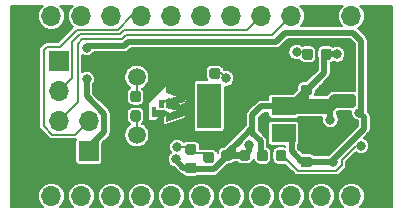
<source format=gbl>
G04 #@! TF.GenerationSoftware,KiCad,Pcbnew,(5.0.0)*
G04 #@! TF.CreationDate,2018-10-21T19:05:11+02:00*
G04 #@! TF.ProjectId,mibo20_stm32,6D69626F32305F73746D33322E6B6963,V1.0*
G04 #@! TF.SameCoordinates,PX8198450PY53920b0*
G04 #@! TF.FileFunction,Copper,L2,Bot,Signal*
G04 #@! TF.FilePolarity,Positive*
%FSLAX46Y46*%
G04 Gerber Fmt 4.6, Leading zero omitted, Abs format (unit mm)*
G04 Created by KiCad (PCBNEW (5.0.0)) date 10/21/18 19:05:11*
%MOMM*%
%LPD*%
G01*
G04 APERTURE LIST*
G04 #@! TA.AperFunction,Conductor*
%ADD10C,0.100000*%
G04 #@! TD*
G04 #@! TA.AperFunction,SMDPad,CuDef*
%ADD11C,0.875000*%
G04 #@! TD*
G04 #@! TA.AperFunction,ComponentPad*
%ADD12O,1.700000X1.700000*%
G04 #@! TD*
G04 #@! TA.AperFunction,ComponentPad*
%ADD13R,1.700000X1.700000*%
G04 #@! TD*
G04 #@! TA.AperFunction,ComponentPad*
%ADD14O,1.900000X1.200000*%
G04 #@! TD*
G04 #@! TA.AperFunction,ComponentPad*
%ADD15C,1.450000*%
G04 #@! TD*
G04 #@! TA.AperFunction,SMDPad,CuDef*
%ADD16R,2.000000X1.500000*%
G04 #@! TD*
G04 #@! TA.AperFunction,SMDPad,CuDef*
%ADD17R,2.000000X3.800000*%
G04 #@! TD*
G04 #@! TA.AperFunction,ComponentPad*
%ADD18C,1.500000*%
G04 #@! TD*
G04 #@! TA.AperFunction,ViaPad*
%ADD19C,0.800000*%
G04 #@! TD*
G04 #@! TA.AperFunction,Conductor*
%ADD20C,0.200000*%
G04 #@! TD*
G04 #@! TA.AperFunction,Conductor*
%ADD21C,0.300000*%
G04 #@! TD*
G04 #@! TA.AperFunction,Conductor*
%ADD22C,0.500000*%
G04 #@! TD*
G04 #@! TA.AperFunction,Conductor*
%ADD23C,0.025400*%
G04 #@! TD*
G04 APERTURE END LIST*
D10*
G04 #@! TO.N,GND*
G04 #@! TO.C,C1*
G36*
X9612691Y-7590553D02*
X9633926Y-7593703D01*
X9654750Y-7598919D01*
X9674962Y-7606151D01*
X9694368Y-7615330D01*
X9712781Y-7626366D01*
X9730024Y-7639154D01*
X9745930Y-7653570D01*
X9760346Y-7669476D01*
X9773134Y-7686719D01*
X9784170Y-7705132D01*
X9793349Y-7724538D01*
X9800581Y-7744750D01*
X9805797Y-7765574D01*
X9808947Y-7786809D01*
X9810000Y-7808250D01*
X9810000Y-8320750D01*
X9808947Y-8342191D01*
X9805797Y-8363426D01*
X9800581Y-8384250D01*
X9793349Y-8404462D01*
X9784170Y-8423868D01*
X9773134Y-8442281D01*
X9760346Y-8459524D01*
X9745930Y-8475430D01*
X9730024Y-8489846D01*
X9712781Y-8502634D01*
X9694368Y-8513670D01*
X9674962Y-8522849D01*
X9654750Y-8530081D01*
X9633926Y-8535297D01*
X9612691Y-8538447D01*
X9591250Y-8539500D01*
X9153750Y-8539500D01*
X9132309Y-8538447D01*
X9111074Y-8535297D01*
X9090250Y-8530081D01*
X9070038Y-8522849D01*
X9050632Y-8513670D01*
X9032219Y-8502634D01*
X9014976Y-8489846D01*
X8999070Y-8475430D01*
X8984654Y-8459524D01*
X8971866Y-8442281D01*
X8960830Y-8423868D01*
X8951651Y-8404462D01*
X8944419Y-8384250D01*
X8939203Y-8363426D01*
X8936053Y-8342191D01*
X8935000Y-8320750D01*
X8935000Y-7808250D01*
X8936053Y-7786809D01*
X8939203Y-7765574D01*
X8944419Y-7744750D01*
X8951651Y-7724538D01*
X8960830Y-7705132D01*
X8971866Y-7686719D01*
X8984654Y-7669476D01*
X8999070Y-7653570D01*
X9014976Y-7639154D01*
X9032219Y-7626366D01*
X9050632Y-7615330D01*
X9070038Y-7606151D01*
X9090250Y-7598919D01*
X9111074Y-7593703D01*
X9132309Y-7590553D01*
X9153750Y-7589500D01*
X9591250Y-7589500D01*
X9612691Y-7590553D01*
X9612691Y-7590553D01*
G37*
D11*
G04 #@! TD*
G04 #@! TO.P,C1,2*
G04 #@! TO.N,GND*
X9372500Y-8064500D03*
D10*
G04 #@! TO.N,/OSC_IN*
G04 #@! TO.C,C1*
G36*
X11187691Y-7590553D02*
X11208926Y-7593703D01*
X11229750Y-7598919D01*
X11249962Y-7606151D01*
X11269368Y-7615330D01*
X11287781Y-7626366D01*
X11305024Y-7639154D01*
X11320930Y-7653570D01*
X11335346Y-7669476D01*
X11348134Y-7686719D01*
X11359170Y-7705132D01*
X11368349Y-7724538D01*
X11375581Y-7744750D01*
X11380797Y-7765574D01*
X11383947Y-7786809D01*
X11385000Y-7808250D01*
X11385000Y-8320750D01*
X11383947Y-8342191D01*
X11380797Y-8363426D01*
X11375581Y-8384250D01*
X11368349Y-8404462D01*
X11359170Y-8423868D01*
X11348134Y-8442281D01*
X11335346Y-8459524D01*
X11320930Y-8475430D01*
X11305024Y-8489846D01*
X11287781Y-8502634D01*
X11269368Y-8513670D01*
X11249962Y-8522849D01*
X11229750Y-8530081D01*
X11208926Y-8535297D01*
X11187691Y-8538447D01*
X11166250Y-8539500D01*
X10728750Y-8539500D01*
X10707309Y-8538447D01*
X10686074Y-8535297D01*
X10665250Y-8530081D01*
X10645038Y-8522849D01*
X10625632Y-8513670D01*
X10607219Y-8502634D01*
X10589976Y-8489846D01*
X10574070Y-8475430D01*
X10559654Y-8459524D01*
X10546866Y-8442281D01*
X10535830Y-8423868D01*
X10526651Y-8404462D01*
X10519419Y-8384250D01*
X10514203Y-8363426D01*
X10511053Y-8342191D01*
X10510000Y-8320750D01*
X10510000Y-7808250D01*
X10511053Y-7786809D01*
X10514203Y-7765574D01*
X10519419Y-7744750D01*
X10526651Y-7724538D01*
X10535830Y-7705132D01*
X10546866Y-7686719D01*
X10559654Y-7669476D01*
X10574070Y-7653570D01*
X10589976Y-7639154D01*
X10607219Y-7626366D01*
X10625632Y-7615330D01*
X10645038Y-7606151D01*
X10665250Y-7598919D01*
X10686074Y-7593703D01*
X10707309Y-7590553D01*
X10728750Y-7589500D01*
X11166250Y-7589500D01*
X11187691Y-7590553D01*
X11187691Y-7590553D01*
G37*
D11*
G04 #@! TD*
G04 #@! TO.P,C1,1*
G04 #@! TO.N,/OSC_IN*
X10947500Y-8064500D03*
D10*
G04 #@! TO.N,GND*
G04 #@! TO.C,C2*
G36*
X9612691Y-9241553D02*
X9633926Y-9244703D01*
X9654750Y-9249919D01*
X9674962Y-9257151D01*
X9694368Y-9266330D01*
X9712781Y-9277366D01*
X9730024Y-9290154D01*
X9745930Y-9304570D01*
X9760346Y-9320476D01*
X9773134Y-9337719D01*
X9784170Y-9356132D01*
X9793349Y-9375538D01*
X9800581Y-9395750D01*
X9805797Y-9416574D01*
X9808947Y-9437809D01*
X9810000Y-9459250D01*
X9810000Y-9971750D01*
X9808947Y-9993191D01*
X9805797Y-10014426D01*
X9800581Y-10035250D01*
X9793349Y-10055462D01*
X9784170Y-10074868D01*
X9773134Y-10093281D01*
X9760346Y-10110524D01*
X9745930Y-10126430D01*
X9730024Y-10140846D01*
X9712781Y-10153634D01*
X9694368Y-10164670D01*
X9674962Y-10173849D01*
X9654750Y-10181081D01*
X9633926Y-10186297D01*
X9612691Y-10189447D01*
X9591250Y-10190500D01*
X9153750Y-10190500D01*
X9132309Y-10189447D01*
X9111074Y-10186297D01*
X9090250Y-10181081D01*
X9070038Y-10173849D01*
X9050632Y-10164670D01*
X9032219Y-10153634D01*
X9014976Y-10140846D01*
X8999070Y-10126430D01*
X8984654Y-10110524D01*
X8971866Y-10093281D01*
X8960830Y-10074868D01*
X8951651Y-10055462D01*
X8944419Y-10035250D01*
X8939203Y-10014426D01*
X8936053Y-9993191D01*
X8935000Y-9971750D01*
X8935000Y-9459250D01*
X8936053Y-9437809D01*
X8939203Y-9416574D01*
X8944419Y-9395750D01*
X8951651Y-9375538D01*
X8960830Y-9356132D01*
X8971866Y-9337719D01*
X8984654Y-9320476D01*
X8999070Y-9304570D01*
X9014976Y-9290154D01*
X9032219Y-9277366D01*
X9050632Y-9266330D01*
X9070038Y-9257151D01*
X9090250Y-9249919D01*
X9111074Y-9244703D01*
X9132309Y-9241553D01*
X9153750Y-9240500D01*
X9591250Y-9240500D01*
X9612691Y-9241553D01*
X9612691Y-9241553D01*
G37*
D11*
G04 #@! TD*
G04 #@! TO.P,C2,2*
G04 #@! TO.N,GND*
X9372500Y-9715500D03*
D10*
G04 #@! TO.N,/OSC_OUT*
G04 #@! TO.C,C2*
G36*
X11187691Y-9241553D02*
X11208926Y-9244703D01*
X11229750Y-9249919D01*
X11249962Y-9257151D01*
X11269368Y-9266330D01*
X11287781Y-9277366D01*
X11305024Y-9290154D01*
X11320930Y-9304570D01*
X11335346Y-9320476D01*
X11348134Y-9337719D01*
X11359170Y-9356132D01*
X11368349Y-9375538D01*
X11375581Y-9395750D01*
X11380797Y-9416574D01*
X11383947Y-9437809D01*
X11385000Y-9459250D01*
X11385000Y-9971750D01*
X11383947Y-9993191D01*
X11380797Y-10014426D01*
X11375581Y-10035250D01*
X11368349Y-10055462D01*
X11359170Y-10074868D01*
X11348134Y-10093281D01*
X11335346Y-10110524D01*
X11320930Y-10126430D01*
X11305024Y-10140846D01*
X11287781Y-10153634D01*
X11269368Y-10164670D01*
X11249962Y-10173849D01*
X11229750Y-10181081D01*
X11208926Y-10186297D01*
X11187691Y-10189447D01*
X11166250Y-10190500D01*
X10728750Y-10190500D01*
X10707309Y-10189447D01*
X10686074Y-10186297D01*
X10665250Y-10181081D01*
X10645038Y-10173849D01*
X10625632Y-10164670D01*
X10607219Y-10153634D01*
X10589976Y-10140846D01*
X10574070Y-10126430D01*
X10559654Y-10110524D01*
X10546866Y-10093281D01*
X10535830Y-10074868D01*
X10526651Y-10055462D01*
X10519419Y-10035250D01*
X10514203Y-10014426D01*
X10511053Y-9993191D01*
X10510000Y-9971750D01*
X10510000Y-9459250D01*
X10511053Y-9437809D01*
X10514203Y-9416574D01*
X10519419Y-9395750D01*
X10526651Y-9375538D01*
X10535830Y-9356132D01*
X10546866Y-9337719D01*
X10559654Y-9320476D01*
X10574070Y-9304570D01*
X10589976Y-9290154D01*
X10607219Y-9277366D01*
X10625632Y-9266330D01*
X10645038Y-9257151D01*
X10665250Y-9249919D01*
X10686074Y-9244703D01*
X10707309Y-9241553D01*
X10728750Y-9240500D01*
X11166250Y-9240500D01*
X11187691Y-9241553D01*
X11187691Y-9241553D01*
G37*
D11*
G04 #@! TD*
G04 #@! TO.P,C2,1*
G04 #@! TO.N,/OSC_OUT*
X10947500Y-9715500D03*
D10*
G04 #@! TO.N,GND*
G04 #@! TO.C,C3*
G36*
X17422691Y-11222053D02*
X17443926Y-11225203D01*
X17464750Y-11230419D01*
X17484962Y-11237651D01*
X17504368Y-11246830D01*
X17522781Y-11257866D01*
X17540024Y-11270654D01*
X17555930Y-11285070D01*
X17570346Y-11300976D01*
X17583134Y-11318219D01*
X17594170Y-11336632D01*
X17603349Y-11356038D01*
X17610581Y-11376250D01*
X17615797Y-11397074D01*
X17618947Y-11418309D01*
X17620000Y-11439750D01*
X17620000Y-11877250D01*
X17618947Y-11898691D01*
X17615797Y-11919926D01*
X17610581Y-11940750D01*
X17603349Y-11960962D01*
X17594170Y-11980368D01*
X17583134Y-11998781D01*
X17570346Y-12016024D01*
X17555930Y-12031930D01*
X17540024Y-12046346D01*
X17522781Y-12059134D01*
X17504368Y-12070170D01*
X17484962Y-12079349D01*
X17464750Y-12086581D01*
X17443926Y-12091797D01*
X17422691Y-12094947D01*
X17401250Y-12096000D01*
X16888750Y-12096000D01*
X16867309Y-12094947D01*
X16846074Y-12091797D01*
X16825250Y-12086581D01*
X16805038Y-12079349D01*
X16785632Y-12070170D01*
X16767219Y-12059134D01*
X16749976Y-12046346D01*
X16734070Y-12031930D01*
X16719654Y-12016024D01*
X16706866Y-11998781D01*
X16695830Y-11980368D01*
X16686651Y-11960962D01*
X16679419Y-11940750D01*
X16674203Y-11919926D01*
X16671053Y-11898691D01*
X16670000Y-11877250D01*
X16670000Y-11439750D01*
X16671053Y-11418309D01*
X16674203Y-11397074D01*
X16679419Y-11376250D01*
X16686651Y-11356038D01*
X16695830Y-11336632D01*
X16706866Y-11318219D01*
X16719654Y-11300976D01*
X16734070Y-11285070D01*
X16749976Y-11270654D01*
X16767219Y-11257866D01*
X16785632Y-11246830D01*
X16805038Y-11237651D01*
X16825250Y-11230419D01*
X16846074Y-11225203D01*
X16867309Y-11222053D01*
X16888750Y-11221000D01*
X17401250Y-11221000D01*
X17422691Y-11222053D01*
X17422691Y-11222053D01*
G37*
D11*
G04 #@! TD*
G04 #@! TO.P,C3,2*
G04 #@! TO.N,GND*
X17145000Y-11658500D03*
D10*
G04 #@! TO.N,/RESET*
G04 #@! TO.C,C3*
G36*
X17422691Y-12797053D02*
X17443926Y-12800203D01*
X17464750Y-12805419D01*
X17484962Y-12812651D01*
X17504368Y-12821830D01*
X17522781Y-12832866D01*
X17540024Y-12845654D01*
X17555930Y-12860070D01*
X17570346Y-12875976D01*
X17583134Y-12893219D01*
X17594170Y-12911632D01*
X17603349Y-12931038D01*
X17610581Y-12951250D01*
X17615797Y-12972074D01*
X17618947Y-12993309D01*
X17620000Y-13014750D01*
X17620000Y-13452250D01*
X17618947Y-13473691D01*
X17615797Y-13494926D01*
X17610581Y-13515750D01*
X17603349Y-13535962D01*
X17594170Y-13555368D01*
X17583134Y-13573781D01*
X17570346Y-13591024D01*
X17555930Y-13606930D01*
X17540024Y-13621346D01*
X17522781Y-13634134D01*
X17504368Y-13645170D01*
X17484962Y-13654349D01*
X17464750Y-13661581D01*
X17443926Y-13666797D01*
X17422691Y-13669947D01*
X17401250Y-13671000D01*
X16888750Y-13671000D01*
X16867309Y-13669947D01*
X16846074Y-13666797D01*
X16825250Y-13661581D01*
X16805038Y-13654349D01*
X16785632Y-13645170D01*
X16767219Y-13634134D01*
X16749976Y-13621346D01*
X16734070Y-13606930D01*
X16719654Y-13591024D01*
X16706866Y-13573781D01*
X16695830Y-13555368D01*
X16686651Y-13535962D01*
X16679419Y-13515750D01*
X16674203Y-13494926D01*
X16671053Y-13473691D01*
X16670000Y-13452250D01*
X16670000Y-13014750D01*
X16671053Y-12993309D01*
X16674203Y-12972074D01*
X16679419Y-12951250D01*
X16686651Y-12931038D01*
X16695830Y-12911632D01*
X16706866Y-12893219D01*
X16719654Y-12875976D01*
X16734070Y-12860070D01*
X16749976Y-12845654D01*
X16767219Y-12832866D01*
X16785632Y-12821830D01*
X16805038Y-12812651D01*
X16825250Y-12805419D01*
X16846074Y-12800203D01*
X16867309Y-12797053D01*
X16888750Y-12796000D01*
X17401250Y-12796000D01*
X17422691Y-12797053D01*
X17422691Y-12797053D01*
G37*
D11*
G04 #@! TD*
G04 #@! TO.P,C3,1*
G04 #@! TO.N,/RESET*
X17145000Y-13233500D03*
D10*
G04 #@! TO.N,+3V3*
G04 #@! TO.C,C4*
G36*
X25677691Y-8555053D02*
X25698926Y-8558203D01*
X25719750Y-8563419D01*
X25739962Y-8570651D01*
X25759368Y-8579830D01*
X25777781Y-8590866D01*
X25795024Y-8603654D01*
X25810930Y-8618070D01*
X25825346Y-8633976D01*
X25838134Y-8651219D01*
X25849170Y-8669632D01*
X25858349Y-8689038D01*
X25865581Y-8709250D01*
X25870797Y-8730074D01*
X25873947Y-8751309D01*
X25875000Y-8772750D01*
X25875000Y-9210250D01*
X25873947Y-9231691D01*
X25870797Y-9252926D01*
X25865581Y-9273750D01*
X25858349Y-9293962D01*
X25849170Y-9313368D01*
X25838134Y-9331781D01*
X25825346Y-9349024D01*
X25810930Y-9364930D01*
X25795024Y-9379346D01*
X25777781Y-9392134D01*
X25759368Y-9403170D01*
X25739962Y-9412349D01*
X25719750Y-9419581D01*
X25698926Y-9424797D01*
X25677691Y-9427947D01*
X25656250Y-9429000D01*
X25143750Y-9429000D01*
X25122309Y-9427947D01*
X25101074Y-9424797D01*
X25080250Y-9419581D01*
X25060038Y-9412349D01*
X25040632Y-9403170D01*
X25022219Y-9392134D01*
X25004976Y-9379346D01*
X24989070Y-9364930D01*
X24974654Y-9349024D01*
X24961866Y-9331781D01*
X24950830Y-9313368D01*
X24941651Y-9293962D01*
X24934419Y-9273750D01*
X24929203Y-9252926D01*
X24926053Y-9231691D01*
X24925000Y-9210250D01*
X24925000Y-8772750D01*
X24926053Y-8751309D01*
X24929203Y-8730074D01*
X24934419Y-8709250D01*
X24941651Y-8689038D01*
X24950830Y-8669632D01*
X24961866Y-8651219D01*
X24974654Y-8633976D01*
X24989070Y-8618070D01*
X25004976Y-8603654D01*
X25022219Y-8590866D01*
X25040632Y-8579830D01*
X25060038Y-8570651D01*
X25080250Y-8563419D01*
X25101074Y-8558203D01*
X25122309Y-8555053D01*
X25143750Y-8554000D01*
X25656250Y-8554000D01*
X25677691Y-8555053D01*
X25677691Y-8555053D01*
G37*
D11*
G04 #@! TD*
G04 #@! TO.P,C4,1*
G04 #@! TO.N,+3V3*
X25400000Y-8991500D03*
D10*
G04 #@! TO.N,GND*
G04 #@! TO.C,C4*
G36*
X25677691Y-10130053D02*
X25698926Y-10133203D01*
X25719750Y-10138419D01*
X25739962Y-10145651D01*
X25759368Y-10154830D01*
X25777781Y-10165866D01*
X25795024Y-10178654D01*
X25810930Y-10193070D01*
X25825346Y-10208976D01*
X25838134Y-10226219D01*
X25849170Y-10244632D01*
X25858349Y-10264038D01*
X25865581Y-10284250D01*
X25870797Y-10305074D01*
X25873947Y-10326309D01*
X25875000Y-10347750D01*
X25875000Y-10785250D01*
X25873947Y-10806691D01*
X25870797Y-10827926D01*
X25865581Y-10848750D01*
X25858349Y-10868962D01*
X25849170Y-10888368D01*
X25838134Y-10906781D01*
X25825346Y-10924024D01*
X25810930Y-10939930D01*
X25795024Y-10954346D01*
X25777781Y-10967134D01*
X25759368Y-10978170D01*
X25739962Y-10987349D01*
X25719750Y-10994581D01*
X25698926Y-10999797D01*
X25677691Y-11002947D01*
X25656250Y-11004000D01*
X25143750Y-11004000D01*
X25122309Y-11002947D01*
X25101074Y-10999797D01*
X25080250Y-10994581D01*
X25060038Y-10987349D01*
X25040632Y-10978170D01*
X25022219Y-10967134D01*
X25004976Y-10954346D01*
X24989070Y-10939930D01*
X24974654Y-10924024D01*
X24961866Y-10906781D01*
X24950830Y-10888368D01*
X24941651Y-10868962D01*
X24934419Y-10848750D01*
X24929203Y-10827926D01*
X24926053Y-10806691D01*
X24925000Y-10785250D01*
X24925000Y-10347750D01*
X24926053Y-10326309D01*
X24929203Y-10305074D01*
X24934419Y-10284250D01*
X24941651Y-10264038D01*
X24950830Y-10244632D01*
X24961866Y-10226219D01*
X24974654Y-10208976D01*
X24989070Y-10193070D01*
X25004976Y-10178654D01*
X25022219Y-10165866D01*
X25040632Y-10154830D01*
X25060038Y-10145651D01*
X25080250Y-10138419D01*
X25101074Y-10133203D01*
X25122309Y-10130053D01*
X25143750Y-10129000D01*
X25656250Y-10129000D01*
X25677691Y-10130053D01*
X25677691Y-10130053D01*
G37*
D11*
G04 #@! TD*
G04 #@! TO.P,C4,2*
G04 #@! TO.N,GND*
X25400000Y-10566500D03*
D10*
G04 #@! TO.N,+3V3*
G04 #@! TO.C,C5*
G36*
X27201691Y-8631553D02*
X27222926Y-8634703D01*
X27243750Y-8639919D01*
X27263962Y-8647151D01*
X27283368Y-8656330D01*
X27301781Y-8667366D01*
X27319024Y-8680154D01*
X27334930Y-8694570D01*
X27349346Y-8710476D01*
X27362134Y-8727719D01*
X27373170Y-8746132D01*
X27382349Y-8765538D01*
X27389581Y-8785750D01*
X27394797Y-8806574D01*
X27397947Y-8827809D01*
X27399000Y-8849250D01*
X27399000Y-9286750D01*
X27397947Y-9308191D01*
X27394797Y-9329426D01*
X27389581Y-9350250D01*
X27382349Y-9370462D01*
X27373170Y-9389868D01*
X27362134Y-9408281D01*
X27349346Y-9425524D01*
X27334930Y-9441430D01*
X27319024Y-9455846D01*
X27301781Y-9468634D01*
X27283368Y-9479670D01*
X27263962Y-9488849D01*
X27243750Y-9496081D01*
X27222926Y-9501297D01*
X27201691Y-9504447D01*
X27180250Y-9505500D01*
X26667750Y-9505500D01*
X26646309Y-9504447D01*
X26625074Y-9501297D01*
X26604250Y-9496081D01*
X26584038Y-9488849D01*
X26564632Y-9479670D01*
X26546219Y-9468634D01*
X26528976Y-9455846D01*
X26513070Y-9441430D01*
X26498654Y-9425524D01*
X26485866Y-9408281D01*
X26474830Y-9389868D01*
X26465651Y-9370462D01*
X26458419Y-9350250D01*
X26453203Y-9329426D01*
X26450053Y-9308191D01*
X26449000Y-9286750D01*
X26449000Y-8849250D01*
X26450053Y-8827809D01*
X26453203Y-8806574D01*
X26458419Y-8785750D01*
X26465651Y-8765538D01*
X26474830Y-8746132D01*
X26485866Y-8727719D01*
X26498654Y-8710476D01*
X26513070Y-8694570D01*
X26528976Y-8680154D01*
X26546219Y-8667366D01*
X26564632Y-8656330D01*
X26584038Y-8647151D01*
X26604250Y-8639919D01*
X26625074Y-8634703D01*
X26646309Y-8631553D01*
X26667750Y-8630500D01*
X27180250Y-8630500D01*
X27201691Y-8631553D01*
X27201691Y-8631553D01*
G37*
D11*
G04 #@! TD*
G04 #@! TO.P,C5,1*
G04 #@! TO.N,+3V3*
X26924000Y-9068000D03*
D10*
G04 #@! TO.N,GND*
G04 #@! TO.C,C5*
G36*
X27201691Y-7056553D02*
X27222926Y-7059703D01*
X27243750Y-7064919D01*
X27263962Y-7072151D01*
X27283368Y-7081330D01*
X27301781Y-7092366D01*
X27319024Y-7105154D01*
X27334930Y-7119570D01*
X27349346Y-7135476D01*
X27362134Y-7152719D01*
X27373170Y-7171132D01*
X27382349Y-7190538D01*
X27389581Y-7210750D01*
X27394797Y-7231574D01*
X27397947Y-7252809D01*
X27399000Y-7274250D01*
X27399000Y-7711750D01*
X27397947Y-7733191D01*
X27394797Y-7754426D01*
X27389581Y-7775250D01*
X27382349Y-7795462D01*
X27373170Y-7814868D01*
X27362134Y-7833281D01*
X27349346Y-7850524D01*
X27334930Y-7866430D01*
X27319024Y-7880846D01*
X27301781Y-7893634D01*
X27283368Y-7904670D01*
X27263962Y-7913849D01*
X27243750Y-7921081D01*
X27222926Y-7926297D01*
X27201691Y-7929447D01*
X27180250Y-7930500D01*
X26667750Y-7930500D01*
X26646309Y-7929447D01*
X26625074Y-7926297D01*
X26604250Y-7921081D01*
X26584038Y-7913849D01*
X26564632Y-7904670D01*
X26546219Y-7893634D01*
X26528976Y-7880846D01*
X26513070Y-7866430D01*
X26498654Y-7850524D01*
X26485866Y-7833281D01*
X26474830Y-7814868D01*
X26465651Y-7795462D01*
X26458419Y-7775250D01*
X26453203Y-7754426D01*
X26450053Y-7733191D01*
X26449000Y-7711750D01*
X26449000Y-7274250D01*
X26450053Y-7252809D01*
X26453203Y-7231574D01*
X26458419Y-7210750D01*
X26465651Y-7190538D01*
X26474830Y-7171132D01*
X26485866Y-7152719D01*
X26498654Y-7135476D01*
X26513070Y-7119570D01*
X26528976Y-7105154D01*
X26546219Y-7092366D01*
X26564632Y-7081330D01*
X26584038Y-7072151D01*
X26604250Y-7064919D01*
X26625074Y-7059703D01*
X26646309Y-7056553D01*
X26667750Y-7055500D01*
X27180250Y-7055500D01*
X27201691Y-7056553D01*
X27201691Y-7056553D01*
G37*
D11*
G04 #@! TD*
G04 #@! TO.P,C5,2*
G04 #@! TO.N,GND*
X26924000Y-7493000D03*
D10*
G04 #@! TO.N,/5V*
G04 #@! TO.C,C8*
G36*
X25677691Y-13178053D02*
X25698926Y-13181203D01*
X25719750Y-13186419D01*
X25739962Y-13193651D01*
X25759368Y-13202830D01*
X25777781Y-13213866D01*
X25795024Y-13226654D01*
X25810930Y-13241070D01*
X25825346Y-13256976D01*
X25838134Y-13274219D01*
X25849170Y-13292632D01*
X25858349Y-13312038D01*
X25865581Y-13332250D01*
X25870797Y-13353074D01*
X25873947Y-13374309D01*
X25875000Y-13395750D01*
X25875000Y-13833250D01*
X25873947Y-13854691D01*
X25870797Y-13875926D01*
X25865581Y-13896750D01*
X25858349Y-13916962D01*
X25849170Y-13936368D01*
X25838134Y-13954781D01*
X25825346Y-13972024D01*
X25810930Y-13987930D01*
X25795024Y-14002346D01*
X25777781Y-14015134D01*
X25759368Y-14026170D01*
X25739962Y-14035349D01*
X25719750Y-14042581D01*
X25698926Y-14047797D01*
X25677691Y-14050947D01*
X25656250Y-14052000D01*
X25143750Y-14052000D01*
X25122309Y-14050947D01*
X25101074Y-14047797D01*
X25080250Y-14042581D01*
X25060038Y-14035349D01*
X25040632Y-14026170D01*
X25022219Y-14015134D01*
X25004976Y-14002346D01*
X24989070Y-13987930D01*
X24974654Y-13972024D01*
X24961866Y-13954781D01*
X24950830Y-13936368D01*
X24941651Y-13916962D01*
X24934419Y-13896750D01*
X24929203Y-13875926D01*
X24926053Y-13854691D01*
X24925000Y-13833250D01*
X24925000Y-13395750D01*
X24926053Y-13374309D01*
X24929203Y-13353074D01*
X24934419Y-13332250D01*
X24941651Y-13312038D01*
X24950830Y-13292632D01*
X24961866Y-13274219D01*
X24974654Y-13256976D01*
X24989070Y-13241070D01*
X25004976Y-13226654D01*
X25022219Y-13213866D01*
X25040632Y-13202830D01*
X25060038Y-13193651D01*
X25080250Y-13186419D01*
X25101074Y-13181203D01*
X25122309Y-13178053D01*
X25143750Y-13177000D01*
X25656250Y-13177000D01*
X25677691Y-13178053D01*
X25677691Y-13178053D01*
G37*
D11*
G04 #@! TD*
G04 #@! TO.P,C8,1*
G04 #@! TO.N,/5V*
X25400000Y-13614500D03*
D10*
G04 #@! TO.N,GND*
G04 #@! TO.C,C8*
G36*
X25677691Y-11603053D02*
X25698926Y-11606203D01*
X25719750Y-11611419D01*
X25739962Y-11618651D01*
X25759368Y-11627830D01*
X25777781Y-11638866D01*
X25795024Y-11651654D01*
X25810930Y-11666070D01*
X25825346Y-11681976D01*
X25838134Y-11699219D01*
X25849170Y-11717632D01*
X25858349Y-11737038D01*
X25865581Y-11757250D01*
X25870797Y-11778074D01*
X25873947Y-11799309D01*
X25875000Y-11820750D01*
X25875000Y-12258250D01*
X25873947Y-12279691D01*
X25870797Y-12300926D01*
X25865581Y-12321750D01*
X25858349Y-12341962D01*
X25849170Y-12361368D01*
X25838134Y-12379781D01*
X25825346Y-12397024D01*
X25810930Y-12412930D01*
X25795024Y-12427346D01*
X25777781Y-12440134D01*
X25759368Y-12451170D01*
X25739962Y-12460349D01*
X25719750Y-12467581D01*
X25698926Y-12472797D01*
X25677691Y-12475947D01*
X25656250Y-12477000D01*
X25143750Y-12477000D01*
X25122309Y-12475947D01*
X25101074Y-12472797D01*
X25080250Y-12467581D01*
X25060038Y-12460349D01*
X25040632Y-12451170D01*
X25022219Y-12440134D01*
X25004976Y-12427346D01*
X24989070Y-12412930D01*
X24974654Y-12397024D01*
X24961866Y-12379781D01*
X24950830Y-12361368D01*
X24941651Y-12341962D01*
X24934419Y-12321750D01*
X24929203Y-12300926D01*
X24926053Y-12279691D01*
X24925000Y-12258250D01*
X24925000Y-11820750D01*
X24926053Y-11799309D01*
X24929203Y-11778074D01*
X24934419Y-11757250D01*
X24941651Y-11737038D01*
X24950830Y-11717632D01*
X24961866Y-11699219D01*
X24974654Y-11681976D01*
X24989070Y-11666070D01*
X25004976Y-11651654D01*
X25022219Y-11638866D01*
X25040632Y-11627830D01*
X25060038Y-11618651D01*
X25080250Y-11611419D01*
X25101074Y-11606203D01*
X25122309Y-11603053D01*
X25143750Y-11602000D01*
X25656250Y-11602000D01*
X25677691Y-11603053D01*
X25677691Y-11603053D01*
G37*
D11*
G04 #@! TD*
G04 #@! TO.P,C8,2*
G04 #@! TO.N,GND*
X25400000Y-12039500D03*
D12*
G04 #@! TO.P,J1,2*
G04 #@! TO.N,/BOOT0*
X6985000Y-10160000D03*
D13*
G04 #@! TO.P,J1,1*
G04 #@! TO.N,+3V3*
X6985000Y-12700000D03*
G04 #@! TD*
D12*
G04 #@! TO.P,J2,13*
G04 #@! TO.N,GND*
X31750001Y-16510000D03*
G04 #@! TO.P,J2,12*
G04 #@! TO.N,/5V*
X29210001Y-16510000D03*
G04 #@! TO.P,J2,11*
G04 #@! TO.N,/LED1*
X26670001Y-16510000D03*
G04 #@! TO.P,J2,10*
G04 #@! TO.N,/PA7*
X24130001Y-16510000D03*
G04 #@! TO.P,J2,9*
G04 #@! TO.N,/PA6*
X21590001Y-16510000D03*
G04 #@! TO.P,J2,8*
G04 #@! TO.N,/PA5*
X19050001Y-16510000D03*
G04 #@! TO.P,J2,7*
G04 #@! TO.N,/PA4*
X16510001Y-16510000D03*
G04 #@! TO.P,J2,6*
G04 #@! TO.N,/PA3*
X13970001Y-16510000D03*
G04 #@! TO.P,J2,5*
G04 #@! TO.N,/PA2*
X11430001Y-16510000D03*
G04 #@! TO.P,J2,4*
G04 #@! TO.N,/PA1*
X8890001Y-16510000D03*
G04 #@! TO.P,J2,3*
G04 #@! TO.N,/PA0*
X6350001Y-16510000D03*
G04 #@! TO.P,J2,2*
G04 #@! TO.N,+3V3*
X3810001Y-16510000D03*
D13*
G04 #@! TO.P,J2,1*
G04 #@! TO.N,GND*
X1270001Y-16510000D03*
G04 #@! TD*
G04 #@! TO.P,J3,1*
G04 #@! TO.N,GND*
X1270000Y-1270000D03*
D12*
G04 #@! TO.P,J3,2*
G04 #@! TO.N,/5V*
X3810000Y-1270000D03*
G04 #@! TO.P,J3,3*
G04 #@! TO.N,/OSC_OUT*
X6350000Y-1270000D03*
G04 #@! TO.P,J3,4*
G04 #@! TO.N,/OSC_IN*
X8890000Y-1270000D03*
G04 #@! TO.P,J3,5*
G04 #@! TO.N,/BOOT0*
X11430000Y-1270000D03*
G04 #@! TO.P,J3,6*
G04 #@! TO.N,/RESET*
X13970000Y-1270000D03*
G04 #@! TO.P,J3,7*
G04 #@! TO.N,/PA11*
X16510000Y-1270000D03*
G04 #@! TO.P,J3,8*
G04 #@! TO.N,/PA10*
X19050000Y-1270000D03*
G04 #@! TO.P,J3,9*
G04 #@! TO.N,/PA13*
X21590000Y-1270000D03*
G04 #@! TO.P,J3,10*
G04 #@! TO.N,/PA14*
X24130000Y-1270000D03*
G04 #@! TO.P,J3,11*
G04 #@! TO.N,GND*
X26670000Y-1270000D03*
G04 #@! TO.P,J3,12*
G04 #@! TO.N,+3V3*
X29210000Y-1270000D03*
G04 #@! TO.P,J3,13*
G04 #@! TO.N,GND*
X31750000Y-1270000D03*
G04 #@! TD*
D14*
G04 #@! TO.P,J4,6*
G04 #@! TO.N,GND*
X31463500Y-4628000D03*
X31463500Y-11628000D03*
D15*
X28763500Y-5628000D03*
X28763500Y-10628000D03*
G04 #@! TD*
D13*
G04 #@! TO.P,J5,1*
G04 #@! TO.N,+3V3*
X4445000Y-5080000D03*
D12*
G04 #@! TO.P,J5,2*
G04 #@! TO.N,/PA13*
X4445000Y-7620000D03*
G04 #@! TO.P,J5,3*
G04 #@! TO.N,/PA14*
X4445000Y-10160000D03*
G04 #@! TO.P,J5,4*
G04 #@! TO.N,GND*
X4445000Y-12700000D03*
G04 #@! TD*
D10*
G04 #@! TO.N,GND*
G04 #@! TO.C,R1*
G36*
X17930691Y-4110053D02*
X17951926Y-4113203D01*
X17972750Y-4118419D01*
X17992962Y-4125651D01*
X18012368Y-4134830D01*
X18030781Y-4145866D01*
X18048024Y-4158654D01*
X18063930Y-4173070D01*
X18078346Y-4188976D01*
X18091134Y-4206219D01*
X18102170Y-4224632D01*
X18111349Y-4244038D01*
X18118581Y-4264250D01*
X18123797Y-4285074D01*
X18126947Y-4306309D01*
X18128000Y-4327750D01*
X18128000Y-4765250D01*
X18126947Y-4786691D01*
X18123797Y-4807926D01*
X18118581Y-4828750D01*
X18111349Y-4848962D01*
X18102170Y-4868368D01*
X18091134Y-4886781D01*
X18078346Y-4904024D01*
X18063930Y-4919930D01*
X18048024Y-4934346D01*
X18030781Y-4947134D01*
X18012368Y-4958170D01*
X17992962Y-4967349D01*
X17972750Y-4974581D01*
X17951926Y-4979797D01*
X17930691Y-4982947D01*
X17909250Y-4984000D01*
X17396750Y-4984000D01*
X17375309Y-4982947D01*
X17354074Y-4979797D01*
X17333250Y-4974581D01*
X17313038Y-4967349D01*
X17293632Y-4958170D01*
X17275219Y-4947134D01*
X17257976Y-4934346D01*
X17242070Y-4919930D01*
X17227654Y-4904024D01*
X17214866Y-4886781D01*
X17203830Y-4868368D01*
X17194651Y-4848962D01*
X17187419Y-4828750D01*
X17182203Y-4807926D01*
X17179053Y-4786691D01*
X17178000Y-4765250D01*
X17178000Y-4327750D01*
X17179053Y-4306309D01*
X17182203Y-4285074D01*
X17187419Y-4264250D01*
X17194651Y-4244038D01*
X17203830Y-4224632D01*
X17214866Y-4206219D01*
X17227654Y-4188976D01*
X17242070Y-4173070D01*
X17257976Y-4158654D01*
X17275219Y-4145866D01*
X17293632Y-4134830D01*
X17313038Y-4125651D01*
X17333250Y-4118419D01*
X17354074Y-4113203D01*
X17375309Y-4110053D01*
X17396750Y-4109000D01*
X17909250Y-4109000D01*
X17930691Y-4110053D01*
X17930691Y-4110053D01*
G37*
D11*
G04 #@! TD*
G04 #@! TO.P,R1,2*
G04 #@! TO.N,GND*
X17653000Y-4546500D03*
D10*
G04 #@! TO.N,/BOOT0*
G04 #@! TO.C,R1*
G36*
X17930691Y-5685053D02*
X17951926Y-5688203D01*
X17972750Y-5693419D01*
X17992962Y-5700651D01*
X18012368Y-5709830D01*
X18030781Y-5720866D01*
X18048024Y-5733654D01*
X18063930Y-5748070D01*
X18078346Y-5763976D01*
X18091134Y-5781219D01*
X18102170Y-5799632D01*
X18111349Y-5819038D01*
X18118581Y-5839250D01*
X18123797Y-5860074D01*
X18126947Y-5881309D01*
X18128000Y-5902750D01*
X18128000Y-6340250D01*
X18126947Y-6361691D01*
X18123797Y-6382926D01*
X18118581Y-6403750D01*
X18111349Y-6423962D01*
X18102170Y-6443368D01*
X18091134Y-6461781D01*
X18078346Y-6479024D01*
X18063930Y-6494930D01*
X18048024Y-6509346D01*
X18030781Y-6522134D01*
X18012368Y-6533170D01*
X17992962Y-6542349D01*
X17972750Y-6549581D01*
X17951926Y-6554797D01*
X17930691Y-6557947D01*
X17909250Y-6559000D01*
X17396750Y-6559000D01*
X17375309Y-6557947D01*
X17354074Y-6554797D01*
X17333250Y-6549581D01*
X17313038Y-6542349D01*
X17293632Y-6533170D01*
X17275219Y-6522134D01*
X17257976Y-6509346D01*
X17242070Y-6494930D01*
X17227654Y-6479024D01*
X17214866Y-6461781D01*
X17203830Y-6443368D01*
X17194651Y-6423962D01*
X17187419Y-6403750D01*
X17182203Y-6382926D01*
X17179053Y-6361691D01*
X17178000Y-6340250D01*
X17178000Y-5902750D01*
X17179053Y-5881309D01*
X17182203Y-5860074D01*
X17187419Y-5839250D01*
X17194651Y-5819038D01*
X17203830Y-5799632D01*
X17214866Y-5781219D01*
X17227654Y-5763976D01*
X17242070Y-5748070D01*
X17257976Y-5733654D01*
X17275219Y-5720866D01*
X17293632Y-5709830D01*
X17313038Y-5700651D01*
X17333250Y-5693419D01*
X17354074Y-5688203D01*
X17375309Y-5685053D01*
X17396750Y-5684000D01*
X17909250Y-5684000D01*
X17930691Y-5685053D01*
X17930691Y-5685053D01*
G37*
D11*
G04 #@! TD*
G04 #@! TO.P,R1,1*
G04 #@! TO.N,/BOOT0*
X17653000Y-6121500D03*
D10*
G04 #@! TO.N,/RESET*
G04 #@! TO.C,R2*
G36*
X15898691Y-12111053D02*
X15919926Y-12114203D01*
X15940750Y-12119419D01*
X15960962Y-12126651D01*
X15980368Y-12135830D01*
X15998781Y-12146866D01*
X16016024Y-12159654D01*
X16031930Y-12174070D01*
X16046346Y-12189976D01*
X16059134Y-12207219D01*
X16070170Y-12225632D01*
X16079349Y-12245038D01*
X16086581Y-12265250D01*
X16091797Y-12286074D01*
X16094947Y-12307309D01*
X16096000Y-12328750D01*
X16096000Y-12766250D01*
X16094947Y-12787691D01*
X16091797Y-12808926D01*
X16086581Y-12829750D01*
X16079349Y-12849962D01*
X16070170Y-12869368D01*
X16059134Y-12887781D01*
X16046346Y-12905024D01*
X16031930Y-12920930D01*
X16016024Y-12935346D01*
X15998781Y-12948134D01*
X15980368Y-12959170D01*
X15960962Y-12968349D01*
X15940750Y-12975581D01*
X15919926Y-12980797D01*
X15898691Y-12983947D01*
X15877250Y-12985000D01*
X15364750Y-12985000D01*
X15343309Y-12983947D01*
X15322074Y-12980797D01*
X15301250Y-12975581D01*
X15281038Y-12968349D01*
X15261632Y-12959170D01*
X15243219Y-12948134D01*
X15225976Y-12935346D01*
X15210070Y-12920930D01*
X15195654Y-12905024D01*
X15182866Y-12887781D01*
X15171830Y-12869368D01*
X15162651Y-12849962D01*
X15155419Y-12829750D01*
X15150203Y-12808926D01*
X15147053Y-12787691D01*
X15146000Y-12766250D01*
X15146000Y-12328750D01*
X15147053Y-12307309D01*
X15150203Y-12286074D01*
X15155419Y-12265250D01*
X15162651Y-12245038D01*
X15171830Y-12225632D01*
X15182866Y-12207219D01*
X15195654Y-12189976D01*
X15210070Y-12174070D01*
X15225976Y-12159654D01*
X15243219Y-12146866D01*
X15261632Y-12135830D01*
X15281038Y-12126651D01*
X15301250Y-12119419D01*
X15322074Y-12114203D01*
X15343309Y-12111053D01*
X15364750Y-12110000D01*
X15877250Y-12110000D01*
X15898691Y-12111053D01*
X15898691Y-12111053D01*
G37*
D11*
G04 #@! TD*
G04 #@! TO.P,R2,1*
G04 #@! TO.N,/RESET*
X15621000Y-12547500D03*
D10*
G04 #@! TO.N,+3V3*
G04 #@! TO.C,R2*
G36*
X15898691Y-13686053D02*
X15919926Y-13689203D01*
X15940750Y-13694419D01*
X15960962Y-13701651D01*
X15980368Y-13710830D01*
X15998781Y-13721866D01*
X16016024Y-13734654D01*
X16031930Y-13749070D01*
X16046346Y-13764976D01*
X16059134Y-13782219D01*
X16070170Y-13800632D01*
X16079349Y-13820038D01*
X16086581Y-13840250D01*
X16091797Y-13861074D01*
X16094947Y-13882309D01*
X16096000Y-13903750D01*
X16096000Y-14341250D01*
X16094947Y-14362691D01*
X16091797Y-14383926D01*
X16086581Y-14404750D01*
X16079349Y-14424962D01*
X16070170Y-14444368D01*
X16059134Y-14462781D01*
X16046346Y-14480024D01*
X16031930Y-14495930D01*
X16016024Y-14510346D01*
X15998781Y-14523134D01*
X15980368Y-14534170D01*
X15960962Y-14543349D01*
X15940750Y-14550581D01*
X15919926Y-14555797D01*
X15898691Y-14558947D01*
X15877250Y-14560000D01*
X15364750Y-14560000D01*
X15343309Y-14558947D01*
X15322074Y-14555797D01*
X15301250Y-14550581D01*
X15281038Y-14543349D01*
X15261632Y-14534170D01*
X15243219Y-14523134D01*
X15225976Y-14510346D01*
X15210070Y-14495930D01*
X15195654Y-14480024D01*
X15182866Y-14462781D01*
X15171830Y-14444368D01*
X15162651Y-14424962D01*
X15155419Y-14404750D01*
X15150203Y-14383926D01*
X15147053Y-14362691D01*
X15146000Y-14341250D01*
X15146000Y-13903750D01*
X15147053Y-13882309D01*
X15150203Y-13861074D01*
X15155419Y-13840250D01*
X15162651Y-13820038D01*
X15171830Y-13800632D01*
X15182866Y-13782219D01*
X15195654Y-13764976D01*
X15210070Y-13749070D01*
X15225976Y-13734654D01*
X15243219Y-13721866D01*
X15261632Y-13710830D01*
X15281038Y-13701651D01*
X15301250Y-13694419D01*
X15322074Y-13689203D01*
X15343309Y-13686053D01*
X15364750Y-13685000D01*
X15877250Y-13685000D01*
X15898691Y-13686053D01*
X15898691Y-13686053D01*
G37*
D11*
G04 #@! TD*
G04 #@! TO.P,R2,2*
G04 #@! TO.N,+3V3*
X15621000Y-14122500D03*
D10*
G04 #@! TO.N,+3V3*
G04 #@! TO.C,R3*
G36*
X21931691Y-12607053D02*
X21952926Y-12610203D01*
X21973750Y-12615419D01*
X21993962Y-12622651D01*
X22013368Y-12631830D01*
X22031781Y-12642866D01*
X22049024Y-12655654D01*
X22064930Y-12670070D01*
X22079346Y-12685976D01*
X22092134Y-12703219D01*
X22103170Y-12721632D01*
X22112349Y-12741038D01*
X22119581Y-12761250D01*
X22124797Y-12782074D01*
X22127947Y-12803309D01*
X22129000Y-12824750D01*
X22129000Y-13337250D01*
X22127947Y-13358691D01*
X22124797Y-13379926D01*
X22119581Y-13400750D01*
X22112349Y-13420962D01*
X22103170Y-13440368D01*
X22092134Y-13458781D01*
X22079346Y-13476024D01*
X22064930Y-13491930D01*
X22049024Y-13506346D01*
X22031781Y-13519134D01*
X22013368Y-13530170D01*
X21993962Y-13539349D01*
X21973750Y-13546581D01*
X21952926Y-13551797D01*
X21931691Y-13554947D01*
X21910250Y-13556000D01*
X21472750Y-13556000D01*
X21451309Y-13554947D01*
X21430074Y-13551797D01*
X21409250Y-13546581D01*
X21389038Y-13539349D01*
X21369632Y-13530170D01*
X21351219Y-13519134D01*
X21333976Y-13506346D01*
X21318070Y-13491930D01*
X21303654Y-13476024D01*
X21290866Y-13458781D01*
X21279830Y-13440368D01*
X21270651Y-13420962D01*
X21263419Y-13400750D01*
X21258203Y-13379926D01*
X21255053Y-13358691D01*
X21254000Y-13337250D01*
X21254000Y-12824750D01*
X21255053Y-12803309D01*
X21258203Y-12782074D01*
X21263419Y-12761250D01*
X21270651Y-12741038D01*
X21279830Y-12721632D01*
X21290866Y-12703219D01*
X21303654Y-12685976D01*
X21318070Y-12670070D01*
X21333976Y-12655654D01*
X21351219Y-12642866D01*
X21369632Y-12631830D01*
X21389038Y-12622651D01*
X21409250Y-12615419D01*
X21430074Y-12610203D01*
X21451309Y-12607053D01*
X21472750Y-12606000D01*
X21910250Y-12606000D01*
X21931691Y-12607053D01*
X21931691Y-12607053D01*
G37*
D11*
G04 #@! TD*
G04 #@! TO.P,R3,2*
G04 #@! TO.N,+3V3*
X21691500Y-13081000D03*
D10*
G04 #@! TO.N,Net-(D1-Pad2)*
G04 #@! TO.C,R3*
G36*
X23506691Y-12607053D02*
X23527926Y-12610203D01*
X23548750Y-12615419D01*
X23568962Y-12622651D01*
X23588368Y-12631830D01*
X23606781Y-12642866D01*
X23624024Y-12655654D01*
X23639930Y-12670070D01*
X23654346Y-12685976D01*
X23667134Y-12703219D01*
X23678170Y-12721632D01*
X23687349Y-12741038D01*
X23694581Y-12761250D01*
X23699797Y-12782074D01*
X23702947Y-12803309D01*
X23704000Y-12824750D01*
X23704000Y-13337250D01*
X23702947Y-13358691D01*
X23699797Y-13379926D01*
X23694581Y-13400750D01*
X23687349Y-13420962D01*
X23678170Y-13440368D01*
X23667134Y-13458781D01*
X23654346Y-13476024D01*
X23639930Y-13491930D01*
X23624024Y-13506346D01*
X23606781Y-13519134D01*
X23588368Y-13530170D01*
X23568962Y-13539349D01*
X23548750Y-13546581D01*
X23527926Y-13551797D01*
X23506691Y-13554947D01*
X23485250Y-13556000D01*
X23047750Y-13556000D01*
X23026309Y-13554947D01*
X23005074Y-13551797D01*
X22984250Y-13546581D01*
X22964038Y-13539349D01*
X22944632Y-13530170D01*
X22926219Y-13519134D01*
X22908976Y-13506346D01*
X22893070Y-13491930D01*
X22878654Y-13476024D01*
X22865866Y-13458781D01*
X22854830Y-13440368D01*
X22845651Y-13420962D01*
X22838419Y-13400750D01*
X22833203Y-13379926D01*
X22830053Y-13358691D01*
X22829000Y-13337250D01*
X22829000Y-12824750D01*
X22830053Y-12803309D01*
X22833203Y-12782074D01*
X22838419Y-12761250D01*
X22845651Y-12741038D01*
X22854830Y-12721632D01*
X22865866Y-12703219D01*
X22878654Y-12685976D01*
X22893070Y-12670070D01*
X22908976Y-12655654D01*
X22926219Y-12642866D01*
X22944632Y-12631830D01*
X22964038Y-12622651D01*
X22984250Y-12615419D01*
X23005074Y-12610203D01*
X23026309Y-12607053D01*
X23047750Y-12606000D01*
X23485250Y-12606000D01*
X23506691Y-12607053D01*
X23506691Y-12607053D01*
G37*
D11*
G04 #@! TD*
G04 #@! TO.P,R3,1*
G04 #@! TO.N,Net-(D1-Pad2)*
X23266500Y-13081000D03*
D16*
G04 #@! TO.P,U2,1*
G04 #@! TO.N,GND*
X23470000Y-6590000D03*
G04 #@! TO.P,U2,3*
G04 #@! TO.N,/5V*
X23470000Y-11190000D03*
G04 #@! TO.P,U2,2*
G04 #@! TO.N,+3V3*
X23470000Y-8890000D03*
D17*
G04 #@! TO.P,U2,4*
G04 #@! TO.N,N/C*
X17170000Y-8890000D03*
G04 #@! TD*
D18*
G04 #@! TO.P,Y1,2*
G04 #@! TO.N,/OSC_OUT*
X11049000Y-11328400D03*
G04 #@! TO.P,Y1,1*
G04 #@! TO.N,/OSC_IN*
X11049000Y-6448400D03*
G04 #@! TD*
D10*
G04 #@! TO.N,+3V3*
G04 #@! TO.C,C6*
G36*
X20470691Y-12619053D02*
X20491926Y-12622203D01*
X20512750Y-12627419D01*
X20532962Y-12634651D01*
X20552368Y-12643830D01*
X20570781Y-12654866D01*
X20588024Y-12667654D01*
X20603930Y-12682070D01*
X20618346Y-12697976D01*
X20631134Y-12715219D01*
X20642170Y-12733632D01*
X20651349Y-12753038D01*
X20658581Y-12773250D01*
X20663797Y-12794074D01*
X20666947Y-12815309D01*
X20668000Y-12836750D01*
X20668000Y-13274250D01*
X20666947Y-13295691D01*
X20663797Y-13316926D01*
X20658581Y-13337750D01*
X20651349Y-13357962D01*
X20642170Y-13377368D01*
X20631134Y-13395781D01*
X20618346Y-13413024D01*
X20603930Y-13428930D01*
X20588024Y-13443346D01*
X20570781Y-13456134D01*
X20552368Y-13467170D01*
X20532962Y-13476349D01*
X20512750Y-13483581D01*
X20491926Y-13488797D01*
X20470691Y-13491947D01*
X20449250Y-13493000D01*
X19936750Y-13493000D01*
X19915309Y-13491947D01*
X19894074Y-13488797D01*
X19873250Y-13483581D01*
X19853038Y-13476349D01*
X19833632Y-13467170D01*
X19815219Y-13456134D01*
X19797976Y-13443346D01*
X19782070Y-13428930D01*
X19767654Y-13413024D01*
X19754866Y-13395781D01*
X19743830Y-13377368D01*
X19734651Y-13357962D01*
X19727419Y-13337750D01*
X19722203Y-13316926D01*
X19719053Y-13295691D01*
X19718000Y-13274250D01*
X19718000Y-12836750D01*
X19719053Y-12815309D01*
X19722203Y-12794074D01*
X19727419Y-12773250D01*
X19734651Y-12753038D01*
X19743830Y-12733632D01*
X19754866Y-12715219D01*
X19767654Y-12697976D01*
X19782070Y-12682070D01*
X19797976Y-12667654D01*
X19815219Y-12654866D01*
X19833632Y-12643830D01*
X19853038Y-12634651D01*
X19873250Y-12627419D01*
X19894074Y-12622203D01*
X19915309Y-12619053D01*
X19936750Y-12618000D01*
X20449250Y-12618000D01*
X20470691Y-12619053D01*
X20470691Y-12619053D01*
G37*
D11*
G04 #@! TD*
G04 #@! TO.P,C6,1*
G04 #@! TO.N,+3V3*
X20193000Y-13055500D03*
D10*
G04 #@! TO.N,GND*
G04 #@! TO.C,C6*
G36*
X20470691Y-14194053D02*
X20491926Y-14197203D01*
X20512750Y-14202419D01*
X20532962Y-14209651D01*
X20552368Y-14218830D01*
X20570781Y-14229866D01*
X20588024Y-14242654D01*
X20603930Y-14257070D01*
X20618346Y-14272976D01*
X20631134Y-14290219D01*
X20642170Y-14308632D01*
X20651349Y-14328038D01*
X20658581Y-14348250D01*
X20663797Y-14369074D01*
X20666947Y-14390309D01*
X20668000Y-14411750D01*
X20668000Y-14849250D01*
X20666947Y-14870691D01*
X20663797Y-14891926D01*
X20658581Y-14912750D01*
X20651349Y-14932962D01*
X20642170Y-14952368D01*
X20631134Y-14970781D01*
X20618346Y-14988024D01*
X20603930Y-15003930D01*
X20588024Y-15018346D01*
X20570781Y-15031134D01*
X20552368Y-15042170D01*
X20532962Y-15051349D01*
X20512750Y-15058581D01*
X20491926Y-15063797D01*
X20470691Y-15066947D01*
X20449250Y-15068000D01*
X19936750Y-15068000D01*
X19915309Y-15066947D01*
X19894074Y-15063797D01*
X19873250Y-15058581D01*
X19853038Y-15051349D01*
X19833632Y-15042170D01*
X19815219Y-15031134D01*
X19797976Y-15018346D01*
X19782070Y-15003930D01*
X19767654Y-14988024D01*
X19754866Y-14970781D01*
X19743830Y-14952368D01*
X19734651Y-14932962D01*
X19727419Y-14912750D01*
X19722203Y-14891926D01*
X19719053Y-14870691D01*
X19718000Y-14849250D01*
X19718000Y-14411750D01*
X19719053Y-14390309D01*
X19722203Y-14369074D01*
X19727419Y-14348250D01*
X19734651Y-14328038D01*
X19743830Y-14308632D01*
X19754866Y-14290219D01*
X19767654Y-14272976D01*
X19782070Y-14257070D01*
X19797976Y-14242654D01*
X19815219Y-14229866D01*
X19833632Y-14218830D01*
X19853038Y-14209651D01*
X19873250Y-14202419D01*
X19894074Y-14197203D01*
X19915309Y-14194053D01*
X19936750Y-14193000D01*
X20449250Y-14193000D01*
X20470691Y-14194053D01*
X20470691Y-14194053D01*
G37*
D11*
G04 #@! TD*
G04 #@! TO.P,C6,2*
G04 #@! TO.N,GND*
X20193000Y-14630500D03*
D10*
G04 #@! TO.N,GND*
G04 #@! TO.C,C7*
G36*
X18946691Y-14194053D02*
X18967926Y-14197203D01*
X18988750Y-14202419D01*
X19008962Y-14209651D01*
X19028368Y-14218830D01*
X19046781Y-14229866D01*
X19064024Y-14242654D01*
X19079930Y-14257070D01*
X19094346Y-14272976D01*
X19107134Y-14290219D01*
X19118170Y-14308632D01*
X19127349Y-14328038D01*
X19134581Y-14348250D01*
X19139797Y-14369074D01*
X19142947Y-14390309D01*
X19144000Y-14411750D01*
X19144000Y-14849250D01*
X19142947Y-14870691D01*
X19139797Y-14891926D01*
X19134581Y-14912750D01*
X19127349Y-14932962D01*
X19118170Y-14952368D01*
X19107134Y-14970781D01*
X19094346Y-14988024D01*
X19079930Y-15003930D01*
X19064024Y-15018346D01*
X19046781Y-15031134D01*
X19028368Y-15042170D01*
X19008962Y-15051349D01*
X18988750Y-15058581D01*
X18967926Y-15063797D01*
X18946691Y-15066947D01*
X18925250Y-15068000D01*
X18412750Y-15068000D01*
X18391309Y-15066947D01*
X18370074Y-15063797D01*
X18349250Y-15058581D01*
X18329038Y-15051349D01*
X18309632Y-15042170D01*
X18291219Y-15031134D01*
X18273976Y-15018346D01*
X18258070Y-15003930D01*
X18243654Y-14988024D01*
X18230866Y-14970781D01*
X18219830Y-14952368D01*
X18210651Y-14932962D01*
X18203419Y-14912750D01*
X18198203Y-14891926D01*
X18195053Y-14870691D01*
X18194000Y-14849250D01*
X18194000Y-14411750D01*
X18195053Y-14390309D01*
X18198203Y-14369074D01*
X18203419Y-14348250D01*
X18210651Y-14328038D01*
X18219830Y-14308632D01*
X18230866Y-14290219D01*
X18243654Y-14272976D01*
X18258070Y-14257070D01*
X18273976Y-14242654D01*
X18291219Y-14229866D01*
X18309632Y-14218830D01*
X18329038Y-14209651D01*
X18349250Y-14202419D01*
X18370074Y-14197203D01*
X18391309Y-14194053D01*
X18412750Y-14193000D01*
X18925250Y-14193000D01*
X18946691Y-14194053D01*
X18946691Y-14194053D01*
G37*
D11*
G04 #@! TD*
G04 #@! TO.P,C7,2*
G04 #@! TO.N,GND*
X18669000Y-14630500D03*
D10*
G04 #@! TO.N,+3V3*
G04 #@! TO.C,C7*
G36*
X18946691Y-12619053D02*
X18967926Y-12622203D01*
X18988750Y-12627419D01*
X19008962Y-12634651D01*
X19028368Y-12643830D01*
X19046781Y-12654866D01*
X19064024Y-12667654D01*
X19079930Y-12682070D01*
X19094346Y-12697976D01*
X19107134Y-12715219D01*
X19118170Y-12733632D01*
X19127349Y-12753038D01*
X19134581Y-12773250D01*
X19139797Y-12794074D01*
X19142947Y-12815309D01*
X19144000Y-12836750D01*
X19144000Y-13274250D01*
X19142947Y-13295691D01*
X19139797Y-13316926D01*
X19134581Y-13337750D01*
X19127349Y-13357962D01*
X19118170Y-13377368D01*
X19107134Y-13395781D01*
X19094346Y-13413024D01*
X19079930Y-13428930D01*
X19064024Y-13443346D01*
X19046781Y-13456134D01*
X19028368Y-13467170D01*
X19008962Y-13476349D01*
X18988750Y-13483581D01*
X18967926Y-13488797D01*
X18946691Y-13491947D01*
X18925250Y-13493000D01*
X18412750Y-13493000D01*
X18391309Y-13491947D01*
X18370074Y-13488797D01*
X18349250Y-13483581D01*
X18329038Y-13476349D01*
X18309632Y-13467170D01*
X18291219Y-13456134D01*
X18273976Y-13443346D01*
X18258070Y-13428930D01*
X18243654Y-13413024D01*
X18230866Y-13395781D01*
X18219830Y-13377368D01*
X18210651Y-13357962D01*
X18203419Y-13337750D01*
X18198203Y-13316926D01*
X18195053Y-13295691D01*
X18194000Y-13274250D01*
X18194000Y-12836750D01*
X18195053Y-12815309D01*
X18198203Y-12794074D01*
X18203419Y-12773250D01*
X18210651Y-12753038D01*
X18219830Y-12733632D01*
X18230866Y-12715219D01*
X18243654Y-12697976D01*
X18258070Y-12682070D01*
X18273976Y-12667654D01*
X18291219Y-12654866D01*
X18309632Y-12643830D01*
X18329038Y-12634651D01*
X18349250Y-12627419D01*
X18370074Y-12622203D01*
X18391309Y-12619053D01*
X18412750Y-12618000D01*
X18925250Y-12618000D01*
X18946691Y-12619053D01*
X18946691Y-12619053D01*
G37*
D11*
G04 #@! TD*
G04 #@! TO.P,C7,1*
G04 #@! TO.N,+3V3*
X18669000Y-13055500D03*
D10*
G04 #@! TO.N,+3V3*
G04 #@! TO.C,C9*
G36*
X25677691Y-7082053D02*
X25698926Y-7085203D01*
X25719750Y-7090419D01*
X25739962Y-7097651D01*
X25759368Y-7106830D01*
X25777781Y-7117866D01*
X25795024Y-7130654D01*
X25810930Y-7145070D01*
X25825346Y-7160976D01*
X25838134Y-7178219D01*
X25849170Y-7196632D01*
X25858349Y-7216038D01*
X25865581Y-7236250D01*
X25870797Y-7257074D01*
X25873947Y-7278309D01*
X25875000Y-7299750D01*
X25875000Y-7737250D01*
X25873947Y-7758691D01*
X25870797Y-7779926D01*
X25865581Y-7800750D01*
X25858349Y-7820962D01*
X25849170Y-7840368D01*
X25838134Y-7858781D01*
X25825346Y-7876024D01*
X25810930Y-7891930D01*
X25795024Y-7906346D01*
X25777781Y-7919134D01*
X25759368Y-7930170D01*
X25739962Y-7939349D01*
X25719750Y-7946581D01*
X25698926Y-7951797D01*
X25677691Y-7954947D01*
X25656250Y-7956000D01*
X25143750Y-7956000D01*
X25122309Y-7954947D01*
X25101074Y-7951797D01*
X25080250Y-7946581D01*
X25060038Y-7939349D01*
X25040632Y-7930170D01*
X25022219Y-7919134D01*
X25004976Y-7906346D01*
X24989070Y-7891930D01*
X24974654Y-7876024D01*
X24961866Y-7858781D01*
X24950830Y-7840368D01*
X24941651Y-7820962D01*
X24934419Y-7800750D01*
X24929203Y-7779926D01*
X24926053Y-7758691D01*
X24925000Y-7737250D01*
X24925000Y-7299750D01*
X24926053Y-7278309D01*
X24929203Y-7257074D01*
X24934419Y-7236250D01*
X24941651Y-7216038D01*
X24950830Y-7196632D01*
X24961866Y-7178219D01*
X24974654Y-7160976D01*
X24989070Y-7145070D01*
X25004976Y-7130654D01*
X25022219Y-7117866D01*
X25040632Y-7106830D01*
X25060038Y-7097651D01*
X25080250Y-7090419D01*
X25101074Y-7085203D01*
X25122309Y-7082053D01*
X25143750Y-7081000D01*
X25656250Y-7081000D01*
X25677691Y-7082053D01*
X25677691Y-7082053D01*
G37*
D11*
G04 #@! TD*
G04 #@! TO.P,C9,1*
G04 #@! TO.N,+3V3*
X25400000Y-7518500D03*
D10*
G04 #@! TO.N,GND*
G04 #@! TO.C,C9*
G36*
X25677691Y-5507053D02*
X25698926Y-5510203D01*
X25719750Y-5515419D01*
X25739962Y-5522651D01*
X25759368Y-5531830D01*
X25777781Y-5542866D01*
X25795024Y-5555654D01*
X25810930Y-5570070D01*
X25825346Y-5585976D01*
X25838134Y-5603219D01*
X25849170Y-5621632D01*
X25858349Y-5641038D01*
X25865581Y-5661250D01*
X25870797Y-5682074D01*
X25873947Y-5703309D01*
X25875000Y-5724750D01*
X25875000Y-6162250D01*
X25873947Y-6183691D01*
X25870797Y-6204926D01*
X25865581Y-6225750D01*
X25858349Y-6245962D01*
X25849170Y-6265368D01*
X25838134Y-6283781D01*
X25825346Y-6301024D01*
X25810930Y-6316930D01*
X25795024Y-6331346D01*
X25777781Y-6344134D01*
X25759368Y-6355170D01*
X25739962Y-6364349D01*
X25719750Y-6371581D01*
X25698926Y-6376797D01*
X25677691Y-6379947D01*
X25656250Y-6381000D01*
X25143750Y-6381000D01*
X25122309Y-6379947D01*
X25101074Y-6376797D01*
X25080250Y-6371581D01*
X25060038Y-6364349D01*
X25040632Y-6355170D01*
X25022219Y-6344134D01*
X25004976Y-6331346D01*
X24989070Y-6316930D01*
X24974654Y-6301024D01*
X24961866Y-6283781D01*
X24950830Y-6265368D01*
X24941651Y-6245962D01*
X24934419Y-6225750D01*
X24929203Y-6204926D01*
X24926053Y-6183691D01*
X24925000Y-6162250D01*
X24925000Y-5724750D01*
X24926053Y-5703309D01*
X24929203Y-5682074D01*
X24934419Y-5661250D01*
X24941651Y-5641038D01*
X24950830Y-5621632D01*
X24961866Y-5603219D01*
X24974654Y-5585976D01*
X24989070Y-5570070D01*
X25004976Y-5555654D01*
X25022219Y-5542866D01*
X25040632Y-5531830D01*
X25060038Y-5522651D01*
X25080250Y-5515419D01*
X25101074Y-5510203D01*
X25122309Y-5507053D01*
X25143750Y-5506000D01*
X25656250Y-5506000D01*
X25677691Y-5507053D01*
X25677691Y-5507053D01*
G37*
D11*
G04 #@! TD*
G04 #@! TO.P,C9,2*
G04 #@! TO.N,GND*
X25400000Y-5943500D03*
D10*
G04 #@! TO.N,Net-(D2-Pad2)*
G04 #@! TO.C,R4*
G36*
X25741691Y-4021853D02*
X25762926Y-4025003D01*
X25783750Y-4030219D01*
X25803962Y-4037451D01*
X25823368Y-4046630D01*
X25841781Y-4057666D01*
X25859024Y-4070454D01*
X25874930Y-4084870D01*
X25889346Y-4100776D01*
X25902134Y-4118019D01*
X25913170Y-4136432D01*
X25922349Y-4155838D01*
X25929581Y-4176050D01*
X25934797Y-4196874D01*
X25937947Y-4218109D01*
X25939000Y-4239550D01*
X25939000Y-4752050D01*
X25937947Y-4773491D01*
X25934797Y-4794726D01*
X25929581Y-4815550D01*
X25922349Y-4835762D01*
X25913170Y-4855168D01*
X25902134Y-4873581D01*
X25889346Y-4890824D01*
X25874930Y-4906730D01*
X25859024Y-4921146D01*
X25841781Y-4933934D01*
X25823368Y-4944970D01*
X25803962Y-4954149D01*
X25783750Y-4961381D01*
X25762926Y-4966597D01*
X25741691Y-4969747D01*
X25720250Y-4970800D01*
X25282750Y-4970800D01*
X25261309Y-4969747D01*
X25240074Y-4966597D01*
X25219250Y-4961381D01*
X25199038Y-4954149D01*
X25179632Y-4944970D01*
X25161219Y-4933934D01*
X25143976Y-4921146D01*
X25128070Y-4906730D01*
X25113654Y-4890824D01*
X25100866Y-4873581D01*
X25089830Y-4855168D01*
X25080651Y-4835762D01*
X25073419Y-4815550D01*
X25068203Y-4794726D01*
X25065053Y-4773491D01*
X25064000Y-4752050D01*
X25064000Y-4239550D01*
X25065053Y-4218109D01*
X25068203Y-4196874D01*
X25073419Y-4176050D01*
X25080651Y-4155838D01*
X25089830Y-4136432D01*
X25100866Y-4118019D01*
X25113654Y-4100776D01*
X25128070Y-4084870D01*
X25143976Y-4070454D01*
X25161219Y-4057666D01*
X25179632Y-4046630D01*
X25199038Y-4037451D01*
X25219250Y-4030219D01*
X25240074Y-4025003D01*
X25261309Y-4021853D01*
X25282750Y-4020800D01*
X25720250Y-4020800D01*
X25741691Y-4021853D01*
X25741691Y-4021853D01*
G37*
D11*
G04 #@! TD*
G04 #@! TO.P,R4,1*
G04 #@! TO.N,Net-(D2-Pad2)*
X25501500Y-4495800D03*
D10*
G04 #@! TO.N,+3V3*
G04 #@! TO.C,R4*
G36*
X27316691Y-4021853D02*
X27337926Y-4025003D01*
X27358750Y-4030219D01*
X27378962Y-4037451D01*
X27398368Y-4046630D01*
X27416781Y-4057666D01*
X27434024Y-4070454D01*
X27449930Y-4084870D01*
X27464346Y-4100776D01*
X27477134Y-4118019D01*
X27488170Y-4136432D01*
X27497349Y-4155838D01*
X27504581Y-4176050D01*
X27509797Y-4196874D01*
X27512947Y-4218109D01*
X27514000Y-4239550D01*
X27514000Y-4752050D01*
X27512947Y-4773491D01*
X27509797Y-4794726D01*
X27504581Y-4815550D01*
X27497349Y-4835762D01*
X27488170Y-4855168D01*
X27477134Y-4873581D01*
X27464346Y-4890824D01*
X27449930Y-4906730D01*
X27434024Y-4921146D01*
X27416781Y-4933934D01*
X27398368Y-4944970D01*
X27378962Y-4954149D01*
X27358750Y-4961381D01*
X27337926Y-4966597D01*
X27316691Y-4969747D01*
X27295250Y-4970800D01*
X26857750Y-4970800D01*
X26836309Y-4969747D01*
X26815074Y-4966597D01*
X26794250Y-4961381D01*
X26774038Y-4954149D01*
X26754632Y-4944970D01*
X26736219Y-4933934D01*
X26718976Y-4921146D01*
X26703070Y-4906730D01*
X26688654Y-4890824D01*
X26675866Y-4873581D01*
X26664830Y-4855168D01*
X26655651Y-4835762D01*
X26648419Y-4815550D01*
X26643203Y-4794726D01*
X26640053Y-4773491D01*
X26639000Y-4752050D01*
X26639000Y-4239550D01*
X26640053Y-4218109D01*
X26643203Y-4196874D01*
X26648419Y-4176050D01*
X26655651Y-4155838D01*
X26664830Y-4136432D01*
X26675866Y-4118019D01*
X26688654Y-4100776D01*
X26703070Y-4084870D01*
X26718976Y-4070454D01*
X26736219Y-4057666D01*
X26754632Y-4046630D01*
X26774038Y-4037451D01*
X26794250Y-4030219D01*
X26815074Y-4025003D01*
X26836309Y-4021853D01*
X26857750Y-4020800D01*
X27295250Y-4020800D01*
X27316691Y-4021853D01*
X27316691Y-4021853D01*
G37*
D11*
G04 #@! TD*
G04 #@! TO.P,R4,2*
G04 #@! TO.N,+3V3*
X27076500Y-4495800D03*
D19*
G04 #@! TO.N,GND*
X8636001Y-4699000D03*
X22098001Y-4318000D03*
X10033000Y-8890000D03*
X12192001Y-4445000D03*
X18605500Y-4572000D03*
X23495000Y-14224000D03*
X27686000Y-12128500D03*
X8763000Y-13843000D03*
X6985001Y-5334000D03*
X21209000Y-8001000D03*
X26289000Y-3619500D03*
X21971000Y-10033000D03*
X21082000Y-14224000D03*
X26543000Y-10668000D03*
X14541500Y-4572000D03*
X29148010Y-13779500D03*
X10287001Y-4699000D03*
X24130000Y-5334000D03*
X20764500Y-6096000D03*
X15748001Y-11303000D03*
G04 #@! TO.N,/RESET*
X14478001Y-12342000D03*
G04 #@! TO.N,+3V3*
X6794501Y-6604000D03*
X28003500Y-4508500D03*
X20574000Y-12192000D03*
X27432000Y-10033000D03*
X14351001Y-13398500D03*
G04 #@! TO.N,/5V*
X27686000Y-13589000D03*
X6794501Y-3937000D03*
X29889999Y-9428001D03*
G04 #@! TO.N,/BOOT0*
X18605500Y-6540500D03*
G04 #@! TO.N,Net-(D1-Pad2)*
X30035500Y-12255500D03*
G04 #@! TO.N,Net-(D2-Pad2)*
X24574500Y-4318000D03*
G04 #@! TD*
D20*
G04 #@! TO.N,/OSC_IN*
X11049000Y-8026500D02*
X10947500Y-8128000D01*
X11049000Y-6448400D02*
X11049000Y-8026500D01*
D21*
G04 #@! TO.N,GND*
X26416000Y-1524000D02*
X26670000Y-1270000D01*
D22*
X30200500Y-13335000D02*
X30200500Y-13309500D01*
X30099000Y-13233500D02*
X30200500Y-13335000D01*
D20*
G04 #@! TO.N,/OSC_OUT*
X11049000Y-9753500D02*
X10947500Y-9652000D01*
X11049000Y-11328400D02*
X11049000Y-9753500D01*
G04 #@! TO.N,/RESET*
X16802000Y-12890500D02*
X17145000Y-13233500D01*
X15964000Y-12890500D02*
X16802000Y-12890500D01*
X15621000Y-12547500D02*
X15964000Y-12890500D01*
X15636000Y-12532500D02*
X15621000Y-12547500D01*
X15415500Y-12342000D02*
X15621000Y-12547500D01*
X14478001Y-12342000D02*
X15415500Y-12342000D01*
D22*
G04 #@! TO.N,+3V3*
X25273000Y-9271000D02*
X24257000Y-9271000D01*
X26289000Y-9271000D02*
X25273000Y-9271000D01*
X27305000Y-9271000D02*
X26289000Y-9271000D01*
X27418982Y-9220518D02*
X27686000Y-8953500D01*
X28829000Y-8382000D02*
X27813000Y-8382000D01*
X27482482Y-8395018D02*
X27749500Y-8128000D01*
X28765500Y-8128000D02*
X27749500Y-8128000D01*
X29337000Y-8128000D02*
X29337000Y-8763000D01*
X29337000Y-8509000D02*
X28321000Y-8509000D01*
X28956000Y-8128000D02*
X27940000Y-8128000D01*
X27559000Y-8509000D02*
X26543000Y-8509000D01*
X27178000Y-8509000D02*
X26162000Y-8509000D01*
X26162000Y-8509000D02*
X25146000Y-8509000D01*
X25400000Y-9144000D02*
X24384000Y-9144000D01*
X26543000Y-9144000D02*
X25527000Y-9144000D01*
X29337000Y-8128000D02*
X28321000Y-8128000D01*
X18669000Y-13055500D02*
X18694500Y-13055500D01*
X20193000Y-13055500D02*
X20167500Y-13055500D01*
X20193000Y-13055500D02*
X19431000Y-13055500D01*
X19431000Y-13055500D02*
X18669000Y-13055500D01*
X18643500Y-13081000D02*
X18669000Y-13055500D01*
X7518500Y-13233500D02*
X6985000Y-12700000D01*
X23571500Y-8991500D02*
X23470000Y-8890000D01*
D20*
X24028500Y-8890000D02*
X23470000Y-8890000D01*
D22*
X25400000Y-7518500D02*
X24028500Y-8890000D01*
X24536500Y-8991500D02*
X25400000Y-8128000D01*
X24511000Y-8991500D02*
X24536500Y-8991500D01*
X25400000Y-8128000D02*
X25400000Y-8991500D01*
X25400000Y-7518500D02*
X25400000Y-8128000D01*
X24511000Y-8991500D02*
X23571500Y-8991500D01*
X25400000Y-8991500D02*
X24511000Y-8991500D01*
X19177000Y-13081000D02*
X18796000Y-13081000D01*
X18796000Y-13081000D02*
X19786500Y-13081000D01*
X29337000Y-8763000D02*
X28321000Y-8763000D01*
X27559000Y-8509000D02*
X27826018Y-8776018D01*
X26873000Y-8991500D02*
X26924000Y-9042500D01*
X25400000Y-8991500D02*
X26873000Y-8991500D01*
X26924000Y-9068000D02*
X26797000Y-9195000D01*
X27432000Y-9449000D02*
X27051000Y-9068000D01*
X27432000Y-10033000D02*
X27432000Y-9449000D01*
X21590000Y-8890000D02*
X23470000Y-8890000D01*
X20828000Y-9652000D02*
X21590000Y-8890000D01*
X20828000Y-10414000D02*
X20828000Y-9652000D01*
X27876500Y-8763000D02*
X28575000Y-8763000D01*
X27291982Y-9030018D02*
X27609482Y-9030018D01*
X27609482Y-9030018D02*
X27876500Y-8763000D01*
X20574000Y-12192000D02*
X20574000Y-12674500D01*
X20574000Y-12674500D02*
X20193000Y-13055500D01*
X20828000Y-10731500D02*
X20828000Y-10414000D01*
X19494500Y-12065000D02*
X20828000Y-10731500D01*
X20828000Y-11176000D02*
X20828000Y-10731500D01*
X21526500Y-11874500D02*
X20828000Y-11176000D01*
X21691500Y-13081000D02*
X21526500Y-12916000D01*
X21526500Y-12916000D02*
X21526500Y-11874500D01*
X19130612Y-12428888D02*
X19494500Y-12065000D01*
X19130612Y-12593888D02*
X19130612Y-12428888D01*
X18669000Y-13055500D02*
X19130612Y-12593888D01*
X18542000Y-13017500D02*
X18542000Y-13081000D01*
X19177000Y-13055500D02*
X19177000Y-12382500D01*
X19177000Y-12382500D02*
X18542000Y-13017500D01*
X18669000Y-13081000D02*
X18669000Y-13055500D01*
D20*
X26924000Y-4419500D02*
X26822500Y-4318000D01*
D22*
X26924000Y-6045200D02*
X26924000Y-4445000D01*
X25450800Y-7518400D02*
X26924000Y-6045200D01*
X27025700Y-4572000D02*
X26949500Y-4495800D01*
X28003500Y-4508500D02*
X27089200Y-4508500D01*
X18605500Y-13193772D02*
X18605500Y-13119000D01*
X17549772Y-14249500D02*
X18605500Y-13193772D01*
X18605500Y-13119000D02*
X18669000Y-13055500D01*
X15621000Y-14249500D02*
X17549772Y-14249500D01*
X14986001Y-14097000D02*
X14287501Y-13398500D01*
X15621000Y-14122500D02*
X15595500Y-14097000D01*
X15595500Y-14097000D02*
X14986001Y-14097000D01*
X6985000Y-12382500D02*
X6985000Y-12700000D01*
X8285001Y-11082499D02*
X6985000Y-12382500D01*
X8285001Y-9555001D02*
X8285001Y-11082499D01*
X6794501Y-8064501D02*
X8285001Y-9555001D01*
X6731000Y-6604000D02*
X6794501Y-6667501D01*
X6794501Y-6667501D02*
X6794501Y-8064501D01*
G04 #@! TO.N,/5V*
X30289998Y-10791369D02*
X30289998Y-9828000D01*
X30289998Y-9828000D02*
X29889999Y-9428001D01*
X27466867Y-13614500D02*
X30289998Y-10791369D01*
X25400000Y-13614500D02*
X27466867Y-13614500D01*
X30063490Y-3393490D02*
X30035500Y-3365500D01*
X29910000Y-9408000D02*
X30063490Y-9254510D01*
X30063490Y-9254510D02*
X30063490Y-3393490D01*
X25044500Y-13614500D02*
X25400000Y-13614500D01*
X24154010Y-12724010D02*
X25044500Y-13614500D01*
X24130000Y-11430000D02*
X24154010Y-11454010D01*
X24154010Y-11454010D02*
X24154010Y-12724010D01*
X6897967Y-3770034D02*
X6731001Y-3937000D01*
X29337000Y-2667000D02*
X23622000Y-2667000D01*
X23622000Y-2667000D02*
X22860000Y-3429000D01*
X22860000Y-3429000D02*
X10342234Y-3429000D01*
X10342234Y-3429000D02*
X10001200Y-3770034D01*
X30063490Y-3393490D02*
X29337000Y-2667000D01*
X10001200Y-3770034D02*
X6897967Y-3770034D01*
D20*
G04 #@! TO.N,/BOOT0*
X6223000Y-10160000D02*
X6985000Y-10160000D01*
X17424500Y-6350000D02*
X17653000Y-6121500D01*
X18186500Y-6121500D02*
X18605500Y-6540500D01*
X17653000Y-6121500D02*
X18186500Y-6121500D01*
X3175000Y-10592002D02*
X3892999Y-11310001D01*
X3175000Y-4109998D02*
X3175000Y-10592002D01*
X5834999Y-11310001D02*
X6135001Y-11009999D01*
X9442001Y-2420001D02*
X5962000Y-2420001D01*
X3892999Y-11310001D02*
X5834999Y-11310001D01*
X11430000Y-1270000D02*
X10592002Y-1270000D01*
X5962000Y-2420001D02*
X4508501Y-3873500D01*
X4508501Y-3873500D02*
X3411498Y-3873500D01*
X6135001Y-11009999D02*
X6985000Y-10160000D01*
X10592002Y-1270000D02*
X9442001Y-2420001D01*
X3411498Y-3873500D02*
X3175000Y-4109998D01*
G04 #@! TO.N,Net-(D1-Pad2)*
X23431500Y-13081000D02*
X23266500Y-13081000D01*
X29603700Y-12255500D02*
X28397200Y-13462000D01*
X30035500Y-12255500D02*
X29603700Y-12255500D01*
X28397200Y-13462000D02*
X28397200Y-13893800D01*
X28397200Y-13893800D02*
X27938990Y-14352010D01*
X27938990Y-14352010D02*
X24702510Y-14352010D01*
X24702510Y-14352010D02*
X23431500Y-13081000D01*
G04 #@! TO.N,Net-(D2-Pad2)*
X25196700Y-4318000D02*
X25374500Y-4495800D01*
X24384000Y-4318000D02*
X25196700Y-4318000D01*
G04 #@! TO.N,/PA13*
X5294999Y-6770001D02*
X4445000Y-7620000D01*
X5595001Y-6469999D02*
X5294999Y-6770001D01*
X20381022Y-2478978D02*
X9948724Y-2478978D01*
X21590000Y-1270000D02*
X20381022Y-2478978D01*
X9948724Y-2478978D02*
X9607690Y-2820012D01*
X9607690Y-2820012D02*
X6196989Y-2820012D01*
X6196989Y-2820012D02*
X5595001Y-3422000D01*
X5595001Y-3422000D02*
X5595001Y-6469999D01*
G04 #@! TO.N,/PA14*
X10114413Y-2878989D02*
X9773379Y-3220023D01*
X9773379Y-3220023D02*
X6431977Y-3220023D01*
X6431977Y-3220023D02*
X6032500Y-3619500D01*
X22521011Y-2878989D02*
X10114413Y-2878989D01*
X5294999Y-9310001D02*
X4445000Y-10160000D01*
X6032500Y-8572500D02*
X5294999Y-9310001D01*
X6032500Y-3619500D02*
X6032500Y-8572500D01*
X24130000Y-1270000D02*
X22521011Y-2878989D01*
G04 #@! TD*
G04 #@! TO.N,GND*
G36*
X2992893Y-452893D02*
X2849184Y-628003D01*
X2742398Y-827785D01*
X2676640Y-1044561D01*
X2654436Y-1270000D01*
X2676640Y-1495439D01*
X2742398Y-1712215D01*
X2849184Y-1911997D01*
X2992893Y-2087107D01*
X3168003Y-2230816D01*
X3367785Y-2337602D01*
X3584561Y-2403360D01*
X3753508Y-2420000D01*
X3866492Y-2420000D01*
X4035439Y-2403360D01*
X4252215Y-2337602D01*
X4451997Y-2230816D01*
X4627107Y-2087107D01*
X4770816Y-1911997D01*
X4877602Y-1712215D01*
X4943360Y-1495439D01*
X4965564Y-1270000D01*
X4943360Y-1044561D01*
X4877602Y-827785D01*
X4770816Y-628003D01*
X4627107Y-452893D01*
X4532194Y-375000D01*
X5627806Y-375000D01*
X5532893Y-452893D01*
X5389184Y-628003D01*
X5282398Y-827785D01*
X5216640Y-1044561D01*
X5194436Y-1270000D01*
X5216640Y-1495439D01*
X5282398Y-1712215D01*
X5389184Y-1911997D01*
X5532893Y-2087107D01*
X5640718Y-2175597D01*
X4342816Y-3473500D01*
X3431145Y-3473500D01*
X3411498Y-3471565D01*
X3391851Y-3473500D01*
X3333084Y-3479288D01*
X3257684Y-3502160D01*
X3188195Y-3539303D01*
X3127287Y-3589289D01*
X3114757Y-3604557D01*
X2906053Y-3813260D01*
X2890789Y-3825787D01*
X2840803Y-3886696D01*
X2803660Y-3956185D01*
X2783867Y-4021435D01*
X2780788Y-4031585D01*
X2773065Y-4109998D01*
X2775000Y-4129644D01*
X2775001Y-10572346D01*
X2773065Y-10592002D01*
X2780788Y-10670415D01*
X2803661Y-10745816D01*
X2840803Y-10815304D01*
X2878265Y-10860952D01*
X2878268Y-10860955D01*
X2890790Y-10876213D01*
X2906047Y-10888735D01*
X3596266Y-11578954D01*
X3608788Y-11594212D01*
X3624046Y-11606734D01*
X3624048Y-11606736D01*
X3669696Y-11644198D01*
X3739184Y-11681341D01*
X3814585Y-11704213D01*
X3892999Y-11711936D01*
X3912645Y-11710001D01*
X5815353Y-11710001D01*
X5834999Y-11711936D01*
X5854645Y-11710001D01*
X5854646Y-11710001D01*
X5870500Y-11708439D01*
X5856496Y-11734640D01*
X5839341Y-11791190D01*
X5833549Y-11850000D01*
X5833549Y-13550000D01*
X5839341Y-13608810D01*
X5856496Y-13665360D01*
X5884353Y-13717477D01*
X5921842Y-13763158D01*
X5967523Y-13800647D01*
X6019640Y-13828504D01*
X6076190Y-13845659D01*
X6135000Y-13851451D01*
X7835000Y-13851451D01*
X7893810Y-13845659D01*
X7950360Y-13828504D01*
X8002477Y-13800647D01*
X8048158Y-13763158D01*
X8085647Y-13717477D01*
X8113504Y-13665360D01*
X8130659Y-13608810D01*
X8136451Y-13550000D01*
X8136451Y-12008867D01*
X8654811Y-11490507D01*
X8675791Y-11473289D01*
X8693009Y-11452309D01*
X8693014Y-11452304D01*
X8744522Y-11389542D01*
X8780709Y-11321839D01*
X8795593Y-11293993D01*
X8816527Y-11224984D01*
X9999000Y-11224984D01*
X9999000Y-11431816D01*
X10039350Y-11634674D01*
X10118502Y-11825762D01*
X10233411Y-11997736D01*
X10379664Y-12143989D01*
X10551638Y-12258898D01*
X10742726Y-12338050D01*
X10945584Y-12378400D01*
X11152416Y-12378400D01*
X11355274Y-12338050D01*
X11546362Y-12258898D01*
X11718336Y-12143989D01*
X11864589Y-11997736D01*
X11979498Y-11825762D01*
X12058650Y-11634674D01*
X12099000Y-11431816D01*
X12099000Y-11224984D01*
X12058650Y-11022126D01*
X11979498Y-10831038D01*
X11864589Y-10659064D01*
X11718336Y-10512811D01*
X11546362Y-10397902D01*
X11490983Y-10374963D01*
X11534088Y-10339588D01*
X11598781Y-10260758D01*
X11646853Y-10170822D01*
X11676455Y-10073236D01*
X11686451Y-9971750D01*
X11686451Y-9459250D01*
X11676455Y-9357764D01*
X11646853Y-9260178D01*
X11598781Y-9170242D01*
X11534088Y-9091412D01*
X11455258Y-9026719D01*
X11365322Y-8978647D01*
X11267736Y-8949045D01*
X11166250Y-8939049D01*
X10728750Y-8939049D01*
X10627264Y-8949045D01*
X10529678Y-8978647D01*
X10439742Y-9026719D01*
X10360912Y-9091412D01*
X10296219Y-9170242D01*
X10248147Y-9260178D01*
X10218545Y-9357764D01*
X10208549Y-9459250D01*
X10208549Y-9971750D01*
X10218545Y-10073236D01*
X10248147Y-10170822D01*
X10296219Y-10260758D01*
X10360912Y-10339588D01*
X10439742Y-10404281D01*
X10496604Y-10434674D01*
X10379664Y-10512811D01*
X10233411Y-10659064D01*
X10118502Y-10831038D01*
X10039350Y-11022126D01*
X9999000Y-11224984D01*
X8816527Y-11224984D01*
X8827043Y-11190318D01*
X8835001Y-11109517D01*
X8835001Y-11109508D01*
X8837661Y-11082500D01*
X8835001Y-11055492D01*
X8835001Y-9582008D01*
X8837661Y-9555000D01*
X8835001Y-9527992D01*
X8835001Y-9527983D01*
X8827043Y-9447182D01*
X8795593Y-9343507D01*
X8744522Y-9247959D01*
X8724711Y-9223819D01*
X8693014Y-9185196D01*
X8693009Y-9185191D01*
X8675791Y-9164211D01*
X8654811Y-9146993D01*
X7344501Y-7836684D01*
X7344501Y-7040834D01*
X7414833Y-6935574D01*
X7467600Y-6808182D01*
X7494501Y-6672944D01*
X7494501Y-6535056D01*
X7467600Y-6399818D01*
X7444888Y-6344984D01*
X9999000Y-6344984D01*
X9999000Y-6551816D01*
X10039350Y-6754674D01*
X10118502Y-6945762D01*
X10233411Y-7117736D01*
X10379664Y-7263989D01*
X10499265Y-7343903D01*
X10439742Y-7375719D01*
X10360912Y-7440412D01*
X10296219Y-7519242D01*
X10248147Y-7609178D01*
X10218545Y-7706764D01*
X10208549Y-7808250D01*
X10208549Y-8320750D01*
X10218545Y-8422236D01*
X10248147Y-8519822D01*
X10296219Y-8609758D01*
X10360912Y-8688588D01*
X10439742Y-8753281D01*
X10529678Y-8801353D01*
X10627264Y-8830955D01*
X10728750Y-8840951D01*
X11166250Y-8840951D01*
X11267736Y-8830955D01*
X11365322Y-8801353D01*
X11455258Y-8753281D01*
X11534088Y-8688588D01*
X11572321Y-8642000D01*
X11936000Y-8642000D01*
X11936000Y-10042000D01*
X11943612Y-10080268D01*
X11965289Y-10112711D01*
X11997732Y-10134388D01*
X12036000Y-10142000D01*
X12636000Y-10142000D01*
X12674268Y-10134388D01*
X12706711Y-10112711D01*
X13006711Y-9812711D01*
X13028388Y-9780268D01*
X13036000Y-9742000D01*
X13028388Y-9703732D01*
X13006711Y-9671289D01*
X12974268Y-9649612D01*
X12936000Y-9642000D01*
X12436000Y-9642000D01*
X12436000Y-9042000D01*
X12536000Y-9042000D01*
X12536000Y-9242000D01*
X12543612Y-9280268D01*
X12565289Y-9312711D01*
X12597732Y-9334388D01*
X12636000Y-9342000D01*
X13219773Y-9342000D01*
X13525837Y-9444021D01*
X13497732Y-9449612D01*
X13465289Y-9471289D01*
X13165289Y-9771289D01*
X13143612Y-9803732D01*
X13136000Y-9842000D01*
X13136000Y-10442000D01*
X13139128Y-10457725D01*
X13141132Y-10473623D01*
X13142911Y-10476744D01*
X13143612Y-10480268D01*
X13152520Y-10493600D01*
X13160455Y-10507520D01*
X13163292Y-10509721D01*
X13165289Y-10512711D01*
X13178620Y-10521618D01*
X13191279Y-10531443D01*
X13194745Y-10532392D01*
X13197732Y-10534388D01*
X13213454Y-10537515D01*
X13228911Y-10541748D01*
X13232475Y-10541299D01*
X13236000Y-10542000D01*
X13251725Y-10538872D01*
X13267623Y-10536868D01*
X15067623Y-9936868D01*
X15106711Y-9912711D01*
X15406711Y-9612711D01*
X15425443Y-9586721D01*
X15435748Y-9549089D01*
X15430868Y-9510377D01*
X15411545Y-9476480D01*
X15380721Y-9452557D01*
X15343089Y-9442252D01*
X15304377Y-9447132D01*
X13636000Y-10003258D01*
X13636000Y-9542000D01*
X13628388Y-9503732D01*
X13606711Y-9471289D01*
X13605786Y-9470671D01*
X13804377Y-9536868D01*
X13828911Y-9541748D01*
X13867623Y-9536868D01*
X14467623Y-9336868D01*
X14511545Y-9307520D01*
X14530868Y-9273623D01*
X14535748Y-9234911D01*
X14525443Y-9197279D01*
X14501520Y-9166455D01*
X14467623Y-9147132D01*
X13636000Y-8869924D01*
X13636000Y-8649089D01*
X14336252Y-8649089D01*
X14346557Y-8686721D01*
X14370480Y-8717545D01*
X14404377Y-8736868D01*
X14704377Y-8836868D01*
X14728911Y-8841748D01*
X14767623Y-8836868D01*
X15067623Y-8736868D01*
X15106711Y-8712711D01*
X15406711Y-8412711D01*
X15425443Y-8386721D01*
X15435748Y-8349089D01*
X15430868Y-8310377D01*
X15411545Y-8276480D01*
X15380721Y-8252557D01*
X15343089Y-8242252D01*
X15304377Y-8247132D01*
X14404377Y-8547132D01*
X14360455Y-8576480D01*
X14341132Y-8610377D01*
X14336252Y-8649089D01*
X13636000Y-8649089D01*
X13636000Y-8383422D01*
X13713010Y-8306412D01*
X13804377Y-8336868D01*
X13828911Y-8341748D01*
X13867623Y-8336868D01*
X14467623Y-8136868D01*
X14511545Y-8107520D01*
X14530868Y-8073623D01*
X14535748Y-8034911D01*
X14525443Y-7997279D01*
X14501520Y-7966455D01*
X14467623Y-7947132D01*
X13636000Y-7669924D01*
X13636000Y-7142000D01*
X13628388Y-7103732D01*
X13606711Y-7071289D01*
X13574268Y-7049612D01*
X13536000Y-7042000D01*
X13497732Y-7049612D01*
X13465289Y-7071289D01*
X11965289Y-8571289D01*
X11943612Y-8603732D01*
X11936000Y-8642000D01*
X11572321Y-8642000D01*
X11598781Y-8609758D01*
X11646853Y-8519822D01*
X11676455Y-8422236D01*
X11686451Y-8320750D01*
X11686451Y-7808250D01*
X11676455Y-7706764D01*
X11646853Y-7609178D01*
X11598781Y-7519242D01*
X11534088Y-7440412D01*
X11488391Y-7402910D01*
X11546362Y-7378898D01*
X11718336Y-7263989D01*
X11864589Y-7117736D01*
X11949939Y-6990000D01*
X15868549Y-6990000D01*
X15868549Y-10790000D01*
X15874341Y-10848810D01*
X15891496Y-10905360D01*
X15919353Y-10957477D01*
X15956842Y-11003158D01*
X16002523Y-11040647D01*
X16054640Y-11068504D01*
X16111190Y-11085659D01*
X16170000Y-11091451D01*
X18170000Y-11091451D01*
X18228810Y-11085659D01*
X18285360Y-11068504D01*
X18337477Y-11040647D01*
X18383158Y-11003158D01*
X18420647Y-10957477D01*
X18448504Y-10905360D01*
X18465659Y-10848810D01*
X18471451Y-10790000D01*
X18471451Y-7227550D01*
X18536556Y-7240500D01*
X18674444Y-7240500D01*
X18809682Y-7213599D01*
X18937074Y-7160832D01*
X19051724Y-7084226D01*
X19149226Y-6986724D01*
X19225832Y-6872074D01*
X19278599Y-6744682D01*
X19305500Y-6609444D01*
X19305500Y-6471556D01*
X19278599Y-6336318D01*
X19225832Y-6208926D01*
X19149226Y-6094276D01*
X19051724Y-5996774D01*
X18937074Y-5920168D01*
X18809682Y-5867401D01*
X18674444Y-5840500D01*
X18536556Y-5840500D01*
X18482217Y-5851309D01*
X18470711Y-5837289D01*
X18417016Y-5793222D01*
X18389853Y-5703678D01*
X18341781Y-5613742D01*
X18277088Y-5534912D01*
X18198258Y-5470219D01*
X18108322Y-5422147D01*
X18010736Y-5392545D01*
X17909250Y-5382549D01*
X17396750Y-5382549D01*
X17295264Y-5392545D01*
X17197678Y-5422147D01*
X17107742Y-5470219D01*
X17028912Y-5534912D01*
X16964219Y-5613742D01*
X16916147Y-5703678D01*
X16886545Y-5801264D01*
X16876549Y-5902750D01*
X16876549Y-6340250D01*
X16886545Y-6441736D01*
X16916147Y-6539322D01*
X16964219Y-6629258D01*
X17012877Y-6688549D01*
X16170000Y-6688549D01*
X16111190Y-6694341D01*
X16054640Y-6711496D01*
X16002523Y-6739353D01*
X15956842Y-6776842D01*
X15919353Y-6822523D01*
X15891496Y-6874640D01*
X15874341Y-6931190D01*
X15868549Y-6990000D01*
X11949939Y-6990000D01*
X11979498Y-6945762D01*
X12058650Y-6754674D01*
X12099000Y-6551816D01*
X12099000Y-6344984D01*
X12058650Y-6142126D01*
X11979498Y-5951038D01*
X11864589Y-5779064D01*
X11718336Y-5632811D01*
X11546362Y-5517902D01*
X11355274Y-5438750D01*
X11152416Y-5398400D01*
X10945584Y-5398400D01*
X10742726Y-5438750D01*
X10551638Y-5517902D01*
X10379664Y-5632811D01*
X10233411Y-5779064D01*
X10118502Y-5951038D01*
X10039350Y-6142126D01*
X9999000Y-6344984D01*
X7444888Y-6344984D01*
X7414833Y-6272426D01*
X7338227Y-6157776D01*
X7240725Y-6060274D01*
X7126075Y-5983668D01*
X6998683Y-5930901D01*
X6863445Y-5904000D01*
X6725557Y-5904000D01*
X6590319Y-5930901D01*
X6462927Y-5983668D01*
X6432500Y-6003998D01*
X6432500Y-4537002D01*
X6462927Y-4557332D01*
X6590319Y-4610099D01*
X6725557Y-4637000D01*
X6863445Y-4637000D01*
X6998683Y-4610099D01*
X7126075Y-4557332D01*
X7240725Y-4480726D01*
X7338227Y-4383224D01*
X7380449Y-4320034D01*
X9974192Y-4320034D01*
X10001200Y-4322694D01*
X10028208Y-4320034D01*
X10028218Y-4320034D01*
X10109019Y-4312076D01*
X10212694Y-4280626D01*
X10271757Y-4249056D01*
X23874500Y-4249056D01*
X23874500Y-4386944D01*
X23901401Y-4522182D01*
X23954168Y-4649574D01*
X24030774Y-4764224D01*
X24128276Y-4861726D01*
X24242926Y-4938332D01*
X24370318Y-4991099D01*
X24505556Y-5018000D01*
X24643444Y-5018000D01*
X24778682Y-4991099D01*
X24815388Y-4975895D01*
X24850219Y-5041058D01*
X24914912Y-5119888D01*
X24993742Y-5184581D01*
X25083678Y-5232653D01*
X25181264Y-5262255D01*
X25282750Y-5272251D01*
X25720250Y-5272251D01*
X25821736Y-5262255D01*
X25919322Y-5232653D01*
X26009258Y-5184581D01*
X26088088Y-5119888D01*
X26152781Y-5041058D01*
X26200853Y-4951122D01*
X26230455Y-4853536D01*
X26240451Y-4752050D01*
X26240451Y-4239550D01*
X26230455Y-4138064D01*
X26200853Y-4040478D01*
X26152781Y-3950542D01*
X26088088Y-3871712D01*
X26009258Y-3807019D01*
X25919322Y-3758947D01*
X25821736Y-3729345D01*
X25720250Y-3719349D01*
X25282750Y-3719349D01*
X25181264Y-3729345D01*
X25083678Y-3758947D01*
X25032664Y-3786214D01*
X25020724Y-3774274D01*
X24906074Y-3697668D01*
X24778682Y-3644901D01*
X24643444Y-3618000D01*
X24505556Y-3618000D01*
X24370318Y-3644901D01*
X24242926Y-3697668D01*
X24128276Y-3774274D01*
X24030774Y-3871776D01*
X23954168Y-3986426D01*
X23901401Y-4113818D01*
X23874500Y-4249056D01*
X10271757Y-4249056D01*
X10308242Y-4229555D01*
X10391990Y-4160824D01*
X10409214Y-4139837D01*
X10570051Y-3979000D01*
X22832992Y-3979000D01*
X22860000Y-3981660D01*
X22887008Y-3979000D01*
X22887018Y-3979000D01*
X22967819Y-3971042D01*
X23071494Y-3939592D01*
X23167042Y-3888521D01*
X23250790Y-3819790D01*
X23268013Y-3798804D01*
X23849817Y-3217000D01*
X29109183Y-3217000D01*
X29513491Y-3621309D01*
X29513490Y-7606790D01*
X29444819Y-7585958D01*
X29364018Y-7578000D01*
X29337000Y-7575339D01*
X29309982Y-7578000D01*
X27776507Y-7578000D01*
X27749499Y-7575340D01*
X27722491Y-7578000D01*
X27722482Y-7578000D01*
X27641681Y-7585958D01*
X27538006Y-7617408D01*
X27442458Y-7668479D01*
X27358710Y-7737210D01*
X27341487Y-7758196D01*
X27140683Y-7959000D01*
X26124731Y-7959000D01*
X26136853Y-7936322D01*
X26166455Y-7838736D01*
X26176451Y-7737250D01*
X26176451Y-7570566D01*
X27293810Y-6453208D01*
X27314790Y-6435990D01*
X27332008Y-6415010D01*
X27332013Y-6415005D01*
X27383520Y-6352243D01*
X27387497Y-6344803D01*
X27434592Y-6256694D01*
X27466042Y-6153019D01*
X27474000Y-6072218D01*
X27474000Y-6072209D01*
X27476660Y-6045201D01*
X27474000Y-6018193D01*
X27474000Y-5238818D01*
X27494322Y-5232653D01*
X27584258Y-5184581D01*
X27661047Y-5121563D01*
X27671926Y-5128832D01*
X27799318Y-5181599D01*
X27934556Y-5208500D01*
X28072444Y-5208500D01*
X28207682Y-5181599D01*
X28335074Y-5128832D01*
X28449724Y-5052226D01*
X28547226Y-4954724D01*
X28623832Y-4840074D01*
X28676599Y-4712682D01*
X28703500Y-4577444D01*
X28703500Y-4439556D01*
X28676599Y-4304318D01*
X28623832Y-4176926D01*
X28547226Y-4062276D01*
X28449724Y-3964774D01*
X28335074Y-3888168D01*
X28207682Y-3835401D01*
X28072444Y-3808500D01*
X27934556Y-3808500D01*
X27799318Y-3835401D01*
X27675409Y-3886725D01*
X27663088Y-3871712D01*
X27584258Y-3807019D01*
X27494322Y-3758947D01*
X27396736Y-3729345D01*
X27295250Y-3719349D01*
X26857750Y-3719349D01*
X26756264Y-3729345D01*
X26658678Y-3758947D01*
X26568742Y-3807019D01*
X26489912Y-3871712D01*
X26425219Y-3950542D01*
X26377147Y-4040478D01*
X26347545Y-4138064D01*
X26337549Y-4239550D01*
X26337549Y-4752050D01*
X26347545Y-4853536D01*
X26374001Y-4940750D01*
X26374000Y-5817382D01*
X25411834Y-6779549D01*
X25143750Y-6779549D01*
X25042264Y-6789545D01*
X24944678Y-6819147D01*
X24854742Y-6867219D01*
X24775912Y-6931912D01*
X24711219Y-7010742D01*
X24663147Y-7100678D01*
X24633545Y-7198264D01*
X24623549Y-7299750D01*
X24623549Y-7517133D01*
X24302134Y-7838549D01*
X22470000Y-7838549D01*
X22411190Y-7844341D01*
X22354640Y-7861496D01*
X22302523Y-7889353D01*
X22256842Y-7926842D01*
X22219353Y-7972523D01*
X22191496Y-8024640D01*
X22174341Y-8081190D01*
X22168549Y-8140000D01*
X22168549Y-8340000D01*
X21617011Y-8340000D01*
X21590000Y-8337340D01*
X21562989Y-8340000D01*
X21562982Y-8340000D01*
X21482181Y-8347958D01*
X21378505Y-8379408D01*
X21328355Y-8406214D01*
X21282958Y-8430479D01*
X21199210Y-8499210D01*
X21181987Y-8520196D01*
X20458191Y-9243992D01*
X20437211Y-9261210D01*
X20419993Y-9282190D01*
X20419987Y-9282196D01*
X20368479Y-9344958D01*
X20327310Y-9421982D01*
X20317409Y-9440506D01*
X20285958Y-9544181D01*
X20278000Y-9624982D01*
X20278000Y-9624992D01*
X20275340Y-9652000D01*
X20278000Y-9679008D01*
X20278000Y-10503683D01*
X18807191Y-11974492D01*
X18786211Y-11991710D01*
X18768993Y-12012690D01*
X18760803Y-12020880D01*
X18739823Y-12038098D01*
X18722603Y-12059080D01*
X18465134Y-12316549D01*
X18412750Y-12316549D01*
X18311264Y-12326545D01*
X18213678Y-12356147D01*
X18123742Y-12404219D01*
X18044912Y-12468912D01*
X17980219Y-12547742D01*
X17932147Y-12637678D01*
X17902545Y-12735264D01*
X17892549Y-12836750D01*
X17892549Y-12850938D01*
X17881853Y-12815678D01*
X17833781Y-12725742D01*
X17769088Y-12646912D01*
X17690258Y-12582219D01*
X17600322Y-12534147D01*
X17502736Y-12504545D01*
X17401250Y-12494549D01*
X16888750Y-12494549D01*
X16875754Y-12495829D01*
X16821647Y-12490500D01*
X16821646Y-12490500D01*
X16802000Y-12488565D01*
X16782354Y-12490500D01*
X16397451Y-12490500D01*
X16397451Y-12328750D01*
X16387455Y-12227264D01*
X16357853Y-12129678D01*
X16309781Y-12039742D01*
X16245088Y-11960912D01*
X16166258Y-11896219D01*
X16076322Y-11848147D01*
X15978736Y-11818545D01*
X15877250Y-11808549D01*
X15364750Y-11808549D01*
X15263264Y-11818545D01*
X15165678Y-11848147D01*
X15075742Y-11896219D01*
X15041048Y-11924692D01*
X15021727Y-11895776D01*
X14924225Y-11798274D01*
X14809575Y-11721668D01*
X14682183Y-11668901D01*
X14546945Y-11642000D01*
X14409057Y-11642000D01*
X14273819Y-11668901D01*
X14146427Y-11721668D01*
X14031777Y-11798274D01*
X13934275Y-11895776D01*
X13857669Y-12010426D01*
X13804902Y-12137818D01*
X13778001Y-12273056D01*
X13778001Y-12410944D01*
X13804902Y-12546182D01*
X13857669Y-12673574D01*
X13934275Y-12788224D01*
X13962354Y-12816303D01*
X13904777Y-12854774D01*
X13807275Y-12952276D01*
X13730669Y-13066926D01*
X13677902Y-13194318D01*
X13651001Y-13329556D01*
X13651001Y-13467444D01*
X13677902Y-13602682D01*
X13730669Y-13730074D01*
X13807275Y-13844724D01*
X13904777Y-13942226D01*
X14019427Y-14018832D01*
X14146819Y-14071599D01*
X14191713Y-14080529D01*
X14577993Y-14466809D01*
X14595211Y-14487790D01*
X14616191Y-14505008D01*
X14616196Y-14505013D01*
X14659221Y-14540322D01*
X14678959Y-14556521D01*
X14774507Y-14607592D01*
X14878182Y-14639042D01*
X14944813Y-14645604D01*
X14996912Y-14709088D01*
X15075742Y-14773781D01*
X15165678Y-14821853D01*
X15263264Y-14851455D01*
X15364750Y-14861451D01*
X15877250Y-14861451D01*
X15978736Y-14851455D01*
X16076322Y-14821853D01*
X16118141Y-14799500D01*
X17522764Y-14799500D01*
X17549772Y-14802160D01*
X17576780Y-14799500D01*
X17576790Y-14799500D01*
X17657591Y-14791542D01*
X17761266Y-14760092D01*
X17856814Y-14709021D01*
X17940562Y-14640290D01*
X17957785Y-14619304D01*
X18782639Y-13794451D01*
X18925250Y-13794451D01*
X19026736Y-13784455D01*
X19124322Y-13754853D01*
X19214258Y-13706781D01*
X19293088Y-13642088D01*
X19302188Y-13631000D01*
X19559812Y-13631000D01*
X19568912Y-13642088D01*
X19647742Y-13706781D01*
X19737678Y-13754853D01*
X19835264Y-13784455D01*
X19936750Y-13794451D01*
X20449250Y-13794451D01*
X20550736Y-13784455D01*
X20648322Y-13754853D01*
X20738258Y-13706781D01*
X20817088Y-13642088D01*
X20881781Y-13563258D01*
X20929853Y-13473322D01*
X20957103Y-13383489D01*
X20962545Y-13438736D01*
X20992147Y-13536322D01*
X21040219Y-13626258D01*
X21104912Y-13705088D01*
X21183742Y-13769781D01*
X21273678Y-13817853D01*
X21371264Y-13847455D01*
X21472750Y-13857451D01*
X21910250Y-13857451D01*
X22011736Y-13847455D01*
X22109322Y-13817853D01*
X22199258Y-13769781D01*
X22278088Y-13705088D01*
X22342781Y-13626258D01*
X22390853Y-13536322D01*
X22420455Y-13438736D01*
X22430451Y-13337250D01*
X22430451Y-12824750D01*
X22420455Y-12723264D01*
X22390853Y-12625678D01*
X22342781Y-12535742D01*
X22278088Y-12456912D01*
X22199258Y-12392219D01*
X22109322Y-12344147D01*
X22076500Y-12334191D01*
X22076500Y-11901507D01*
X22079160Y-11874499D01*
X22076500Y-11847491D01*
X22076500Y-11847482D01*
X22068542Y-11766681D01*
X22037092Y-11663006D01*
X21986021Y-11567458D01*
X21968250Y-11545804D01*
X21934513Y-11504695D01*
X21934508Y-11504690D01*
X21917290Y-11483710D01*
X21896309Y-11466492D01*
X21378000Y-10948183D01*
X21378000Y-10758511D01*
X21380660Y-10731500D01*
X21378000Y-10704489D01*
X21378000Y-9879817D01*
X21817817Y-9440000D01*
X22168549Y-9440000D01*
X22168549Y-9640000D01*
X22174341Y-9698810D01*
X22191496Y-9755360D01*
X22219353Y-9807477D01*
X22256842Y-9853158D01*
X22302523Y-9890647D01*
X22354640Y-9918504D01*
X22411190Y-9935659D01*
X22470000Y-9941451D01*
X24470000Y-9941451D01*
X24528810Y-9935659D01*
X24585360Y-9918504D01*
X24637477Y-9890647D01*
X24683158Y-9853158D01*
X24709549Y-9821000D01*
X26762139Y-9821000D01*
X26758901Y-9828818D01*
X26732000Y-9964056D01*
X26732000Y-10101944D01*
X26758901Y-10237182D01*
X26811668Y-10364574D01*
X26888274Y-10479224D01*
X26985776Y-10576726D01*
X27100426Y-10653332D01*
X27227818Y-10706099D01*
X27363056Y-10733000D01*
X27500944Y-10733000D01*
X27636182Y-10706099D01*
X27763574Y-10653332D01*
X27878224Y-10576726D01*
X27975726Y-10479224D01*
X28052332Y-10364574D01*
X28105099Y-10237182D01*
X28132000Y-10101944D01*
X28132000Y-9964056D01*
X28105099Y-9828818D01*
X28052332Y-9701426D01*
X27982000Y-9596166D01*
X27982000Y-9476007D01*
X27984660Y-9448999D01*
X27983259Y-9434771D01*
X28000272Y-9420808D01*
X28017495Y-9399822D01*
X28104317Y-9313000D01*
X29199160Y-9313000D01*
X29189999Y-9359057D01*
X29189999Y-9496945D01*
X29216900Y-9632183D01*
X29269667Y-9759575D01*
X29346273Y-9874225D01*
X29443775Y-9971727D01*
X29558425Y-10048333D01*
X29685817Y-10101100D01*
X29739999Y-10111878D01*
X29739998Y-10563551D01*
X27295528Y-13008022D01*
X27239776Y-13045274D01*
X27220550Y-13064500D01*
X26054114Y-13064500D01*
X26024088Y-13027912D01*
X25945258Y-12963219D01*
X25855322Y-12915147D01*
X25757736Y-12885545D01*
X25656250Y-12875549D01*
X25143750Y-12875549D01*
X25088781Y-12880963D01*
X24704010Y-12496193D01*
X24704010Y-12127749D01*
X24720647Y-12107477D01*
X24748504Y-12055360D01*
X24765659Y-11998810D01*
X24771451Y-11940000D01*
X24771451Y-10440000D01*
X24765659Y-10381190D01*
X24748504Y-10324640D01*
X24720647Y-10272523D01*
X24683158Y-10226842D01*
X24637477Y-10189353D01*
X24585360Y-10161496D01*
X24528810Y-10144341D01*
X24470000Y-10138549D01*
X22470000Y-10138549D01*
X22411190Y-10144341D01*
X22354640Y-10161496D01*
X22302523Y-10189353D01*
X22256842Y-10226842D01*
X22219353Y-10272523D01*
X22191496Y-10324640D01*
X22174341Y-10381190D01*
X22168549Y-10440000D01*
X22168549Y-11940000D01*
X22174341Y-11998810D01*
X22191496Y-12055360D01*
X22219353Y-12107477D01*
X22256842Y-12153158D01*
X22302523Y-12190647D01*
X22354640Y-12218504D01*
X22411190Y-12235659D01*
X22470000Y-12241451D01*
X23604011Y-12241451D01*
X23604011Y-12319785D01*
X23586736Y-12314545D01*
X23485250Y-12304549D01*
X23047750Y-12304549D01*
X22946264Y-12314545D01*
X22848678Y-12344147D01*
X22758742Y-12392219D01*
X22679912Y-12456912D01*
X22615219Y-12535742D01*
X22567147Y-12625678D01*
X22537545Y-12723264D01*
X22527549Y-12824750D01*
X22527549Y-13337250D01*
X22537545Y-13438736D01*
X22567147Y-13536322D01*
X22615219Y-13626258D01*
X22679912Y-13705088D01*
X22758742Y-13769781D01*
X22848678Y-13817853D01*
X22946264Y-13847455D01*
X23047750Y-13857451D01*
X23485250Y-13857451D01*
X23586736Y-13847455D01*
X23621672Y-13836857D01*
X24405773Y-14620958D01*
X24418299Y-14636221D01*
X24452807Y-14664541D01*
X24479207Y-14686207D01*
X24548696Y-14723350D01*
X24624096Y-14746222D01*
X24702510Y-14753945D01*
X24722157Y-14752010D01*
X27919344Y-14752010D01*
X27938990Y-14753945D01*
X27958636Y-14752010D01*
X27958637Y-14752010D01*
X28017404Y-14746222D01*
X28092804Y-14723350D01*
X28162293Y-14686207D01*
X28223201Y-14636221D01*
X28235727Y-14620958D01*
X28666153Y-14190533D01*
X28681411Y-14178011D01*
X28699031Y-14156542D01*
X28731397Y-14117103D01*
X28768540Y-14047614D01*
X28791412Y-13972214D01*
X28799135Y-13893800D01*
X28797200Y-13874153D01*
X28797200Y-13627685D01*
X29611086Y-12813799D01*
X29703926Y-12875832D01*
X29831318Y-12928599D01*
X29966556Y-12955500D01*
X30104444Y-12955500D01*
X30239682Y-12928599D01*
X30367074Y-12875832D01*
X30481724Y-12799226D01*
X30579226Y-12701724D01*
X30655832Y-12587074D01*
X30708599Y-12459682D01*
X30735500Y-12324444D01*
X30735500Y-12186556D01*
X30708599Y-12051318D01*
X30655832Y-11923926D01*
X30579226Y-11809276D01*
X30481724Y-11711774D01*
X30367074Y-11635168D01*
X30265917Y-11593268D01*
X30659808Y-11199377D01*
X30680788Y-11182159D01*
X30698006Y-11161179D01*
X30698011Y-11161174D01*
X30749519Y-11098412D01*
X30790368Y-11021987D01*
X30800590Y-11002863D01*
X30832040Y-10899188D01*
X30839998Y-10818387D01*
X30839998Y-10818378D01*
X30842658Y-10791370D01*
X30839998Y-10764362D01*
X30839998Y-9855007D01*
X30842658Y-9827999D01*
X30839998Y-9800991D01*
X30839998Y-9800982D01*
X30832040Y-9720181D01*
X30800590Y-9616506D01*
X30771216Y-9561551D01*
X30749519Y-9520957D01*
X30698011Y-9458195D01*
X30698006Y-9458190D01*
X30680788Y-9437210D01*
X30659807Y-9419991D01*
X30604744Y-9364928D01*
X30605532Y-9362329D01*
X30613490Y-9281528D01*
X30613490Y-9281521D01*
X30616150Y-9254510D01*
X30613490Y-9227499D01*
X30613490Y-3420501D01*
X30616150Y-3393490D01*
X30613490Y-3366480D01*
X30613490Y-3366472D01*
X30605532Y-3285671D01*
X30574082Y-3181996D01*
X30532512Y-3104223D01*
X30523011Y-3086447D01*
X30471503Y-3023685D01*
X30471498Y-3023680D01*
X30454280Y-3002700D01*
X30433300Y-2985482D01*
X29745013Y-2297196D01*
X29739767Y-2290804D01*
X29851997Y-2230816D01*
X30027107Y-2087107D01*
X30170816Y-1911997D01*
X30277602Y-1712215D01*
X30343360Y-1495439D01*
X30365564Y-1270000D01*
X30343360Y-1044561D01*
X30277602Y-827785D01*
X30170816Y-628003D01*
X30027107Y-452893D01*
X29932194Y-375000D01*
X32645001Y-375000D01*
X32645000Y-17405000D01*
X29932195Y-17405000D01*
X30027108Y-17327107D01*
X30170817Y-17151997D01*
X30277603Y-16952215D01*
X30343361Y-16735439D01*
X30365565Y-16510000D01*
X30343361Y-16284561D01*
X30277603Y-16067785D01*
X30170817Y-15868003D01*
X30027108Y-15692893D01*
X29851998Y-15549184D01*
X29652216Y-15442398D01*
X29435440Y-15376640D01*
X29266493Y-15360000D01*
X29153509Y-15360000D01*
X28984562Y-15376640D01*
X28767786Y-15442398D01*
X28568004Y-15549184D01*
X28392894Y-15692893D01*
X28249185Y-15868003D01*
X28142399Y-16067785D01*
X28076641Y-16284561D01*
X28054437Y-16510000D01*
X28076641Y-16735439D01*
X28142399Y-16952215D01*
X28249185Y-17151997D01*
X28392894Y-17327107D01*
X28487807Y-17405000D01*
X27392195Y-17405000D01*
X27487108Y-17327107D01*
X27630817Y-17151997D01*
X27737603Y-16952215D01*
X27803361Y-16735439D01*
X27825565Y-16510000D01*
X27803361Y-16284561D01*
X27737603Y-16067785D01*
X27630817Y-15868003D01*
X27487108Y-15692893D01*
X27311998Y-15549184D01*
X27112216Y-15442398D01*
X26895440Y-15376640D01*
X26726493Y-15360000D01*
X26613509Y-15360000D01*
X26444562Y-15376640D01*
X26227786Y-15442398D01*
X26028004Y-15549184D01*
X25852894Y-15692893D01*
X25709185Y-15868003D01*
X25602399Y-16067785D01*
X25536641Y-16284561D01*
X25514437Y-16510000D01*
X25536641Y-16735439D01*
X25602399Y-16952215D01*
X25709185Y-17151997D01*
X25852894Y-17327107D01*
X25947807Y-17405000D01*
X24852195Y-17405000D01*
X24947108Y-17327107D01*
X25090817Y-17151997D01*
X25197603Y-16952215D01*
X25263361Y-16735439D01*
X25285565Y-16510000D01*
X25263361Y-16284561D01*
X25197603Y-16067785D01*
X25090817Y-15868003D01*
X24947108Y-15692893D01*
X24771998Y-15549184D01*
X24572216Y-15442398D01*
X24355440Y-15376640D01*
X24186493Y-15360000D01*
X24073509Y-15360000D01*
X23904562Y-15376640D01*
X23687786Y-15442398D01*
X23488004Y-15549184D01*
X23312894Y-15692893D01*
X23169185Y-15868003D01*
X23062399Y-16067785D01*
X22996641Y-16284561D01*
X22974437Y-16510000D01*
X22996641Y-16735439D01*
X23062399Y-16952215D01*
X23169185Y-17151997D01*
X23312894Y-17327107D01*
X23407807Y-17405000D01*
X22312195Y-17405000D01*
X22407108Y-17327107D01*
X22550817Y-17151997D01*
X22657603Y-16952215D01*
X22723361Y-16735439D01*
X22745565Y-16510000D01*
X22723361Y-16284561D01*
X22657603Y-16067785D01*
X22550817Y-15868003D01*
X22407108Y-15692893D01*
X22231998Y-15549184D01*
X22032216Y-15442398D01*
X21815440Y-15376640D01*
X21646493Y-15360000D01*
X21533509Y-15360000D01*
X21364562Y-15376640D01*
X21147786Y-15442398D01*
X20948004Y-15549184D01*
X20772894Y-15692893D01*
X20629185Y-15868003D01*
X20522399Y-16067785D01*
X20456641Y-16284561D01*
X20434437Y-16510000D01*
X20456641Y-16735439D01*
X20522399Y-16952215D01*
X20629185Y-17151997D01*
X20772894Y-17327107D01*
X20867807Y-17405000D01*
X19772195Y-17405000D01*
X19867108Y-17327107D01*
X20010817Y-17151997D01*
X20117603Y-16952215D01*
X20183361Y-16735439D01*
X20205565Y-16510000D01*
X20183361Y-16284561D01*
X20117603Y-16067785D01*
X20010817Y-15868003D01*
X19867108Y-15692893D01*
X19691998Y-15549184D01*
X19492216Y-15442398D01*
X19275440Y-15376640D01*
X19106493Y-15360000D01*
X18993509Y-15360000D01*
X18824562Y-15376640D01*
X18607786Y-15442398D01*
X18408004Y-15549184D01*
X18232894Y-15692893D01*
X18089185Y-15868003D01*
X17982399Y-16067785D01*
X17916641Y-16284561D01*
X17894437Y-16510000D01*
X17916641Y-16735439D01*
X17982399Y-16952215D01*
X18089185Y-17151997D01*
X18232894Y-17327107D01*
X18327807Y-17405000D01*
X17232195Y-17405000D01*
X17327108Y-17327107D01*
X17470817Y-17151997D01*
X17577603Y-16952215D01*
X17643361Y-16735439D01*
X17665565Y-16510000D01*
X17643361Y-16284561D01*
X17577603Y-16067785D01*
X17470817Y-15868003D01*
X17327108Y-15692893D01*
X17151998Y-15549184D01*
X16952216Y-15442398D01*
X16735440Y-15376640D01*
X16566493Y-15360000D01*
X16453509Y-15360000D01*
X16284562Y-15376640D01*
X16067786Y-15442398D01*
X15868004Y-15549184D01*
X15692894Y-15692893D01*
X15549185Y-15868003D01*
X15442399Y-16067785D01*
X15376641Y-16284561D01*
X15354437Y-16510000D01*
X15376641Y-16735439D01*
X15442399Y-16952215D01*
X15549185Y-17151997D01*
X15692894Y-17327107D01*
X15787807Y-17405000D01*
X14692195Y-17405000D01*
X14787108Y-17327107D01*
X14930817Y-17151997D01*
X15037603Y-16952215D01*
X15103361Y-16735439D01*
X15125565Y-16510000D01*
X15103361Y-16284561D01*
X15037603Y-16067785D01*
X14930817Y-15868003D01*
X14787108Y-15692893D01*
X14611998Y-15549184D01*
X14412216Y-15442398D01*
X14195440Y-15376640D01*
X14026493Y-15360000D01*
X13913509Y-15360000D01*
X13744562Y-15376640D01*
X13527786Y-15442398D01*
X13328004Y-15549184D01*
X13152894Y-15692893D01*
X13009185Y-15868003D01*
X12902399Y-16067785D01*
X12836641Y-16284561D01*
X12814437Y-16510000D01*
X12836641Y-16735439D01*
X12902399Y-16952215D01*
X13009185Y-17151997D01*
X13152894Y-17327107D01*
X13247807Y-17405000D01*
X12152195Y-17405000D01*
X12247108Y-17327107D01*
X12390817Y-17151997D01*
X12497603Y-16952215D01*
X12563361Y-16735439D01*
X12585565Y-16510000D01*
X12563361Y-16284561D01*
X12497603Y-16067785D01*
X12390817Y-15868003D01*
X12247108Y-15692893D01*
X12071998Y-15549184D01*
X11872216Y-15442398D01*
X11655440Y-15376640D01*
X11486493Y-15360000D01*
X11373509Y-15360000D01*
X11204562Y-15376640D01*
X10987786Y-15442398D01*
X10788004Y-15549184D01*
X10612894Y-15692893D01*
X10469185Y-15868003D01*
X10362399Y-16067785D01*
X10296641Y-16284561D01*
X10274437Y-16510000D01*
X10296641Y-16735439D01*
X10362399Y-16952215D01*
X10469185Y-17151997D01*
X10612894Y-17327107D01*
X10707807Y-17405000D01*
X9612195Y-17405000D01*
X9707108Y-17327107D01*
X9850817Y-17151997D01*
X9957603Y-16952215D01*
X10023361Y-16735439D01*
X10045565Y-16510000D01*
X10023361Y-16284561D01*
X9957603Y-16067785D01*
X9850817Y-15868003D01*
X9707108Y-15692893D01*
X9531998Y-15549184D01*
X9332216Y-15442398D01*
X9115440Y-15376640D01*
X8946493Y-15360000D01*
X8833509Y-15360000D01*
X8664562Y-15376640D01*
X8447786Y-15442398D01*
X8248004Y-15549184D01*
X8072894Y-15692893D01*
X7929185Y-15868003D01*
X7822399Y-16067785D01*
X7756641Y-16284561D01*
X7734437Y-16510000D01*
X7756641Y-16735439D01*
X7822399Y-16952215D01*
X7929185Y-17151997D01*
X8072894Y-17327107D01*
X8167807Y-17405000D01*
X7072195Y-17405000D01*
X7167108Y-17327107D01*
X7310817Y-17151997D01*
X7417603Y-16952215D01*
X7483361Y-16735439D01*
X7505565Y-16510000D01*
X7483361Y-16284561D01*
X7417603Y-16067785D01*
X7310817Y-15868003D01*
X7167108Y-15692893D01*
X6991998Y-15549184D01*
X6792216Y-15442398D01*
X6575440Y-15376640D01*
X6406493Y-15360000D01*
X6293509Y-15360000D01*
X6124562Y-15376640D01*
X5907786Y-15442398D01*
X5708004Y-15549184D01*
X5532894Y-15692893D01*
X5389185Y-15868003D01*
X5282399Y-16067785D01*
X5216641Y-16284561D01*
X5194437Y-16510000D01*
X5216641Y-16735439D01*
X5282399Y-16952215D01*
X5389185Y-17151997D01*
X5532894Y-17327107D01*
X5627807Y-17405000D01*
X4532195Y-17405000D01*
X4627108Y-17327107D01*
X4770817Y-17151997D01*
X4877603Y-16952215D01*
X4943361Y-16735439D01*
X4965565Y-16510000D01*
X4943361Y-16284561D01*
X4877603Y-16067785D01*
X4770817Y-15868003D01*
X4627108Y-15692893D01*
X4451998Y-15549184D01*
X4252216Y-15442398D01*
X4035440Y-15376640D01*
X3866493Y-15360000D01*
X3753509Y-15360000D01*
X3584562Y-15376640D01*
X3367786Y-15442398D01*
X3168004Y-15549184D01*
X2992894Y-15692893D01*
X2849185Y-15868003D01*
X2742399Y-16067785D01*
X2676641Y-16284561D01*
X2654437Y-16510000D01*
X2676641Y-16735439D01*
X2742399Y-16952215D01*
X2849185Y-17151997D01*
X2992894Y-17327107D01*
X3087807Y-17405000D01*
X375000Y-17405000D01*
X375000Y-375000D01*
X3087806Y-375000D01*
X2992893Y-452893D01*
X2992893Y-452893D01*
G37*
X2992893Y-452893D02*
X2849184Y-628003D01*
X2742398Y-827785D01*
X2676640Y-1044561D01*
X2654436Y-1270000D01*
X2676640Y-1495439D01*
X2742398Y-1712215D01*
X2849184Y-1911997D01*
X2992893Y-2087107D01*
X3168003Y-2230816D01*
X3367785Y-2337602D01*
X3584561Y-2403360D01*
X3753508Y-2420000D01*
X3866492Y-2420000D01*
X4035439Y-2403360D01*
X4252215Y-2337602D01*
X4451997Y-2230816D01*
X4627107Y-2087107D01*
X4770816Y-1911997D01*
X4877602Y-1712215D01*
X4943360Y-1495439D01*
X4965564Y-1270000D01*
X4943360Y-1044561D01*
X4877602Y-827785D01*
X4770816Y-628003D01*
X4627107Y-452893D01*
X4532194Y-375000D01*
X5627806Y-375000D01*
X5532893Y-452893D01*
X5389184Y-628003D01*
X5282398Y-827785D01*
X5216640Y-1044561D01*
X5194436Y-1270000D01*
X5216640Y-1495439D01*
X5282398Y-1712215D01*
X5389184Y-1911997D01*
X5532893Y-2087107D01*
X5640718Y-2175597D01*
X4342816Y-3473500D01*
X3431145Y-3473500D01*
X3411498Y-3471565D01*
X3391851Y-3473500D01*
X3333084Y-3479288D01*
X3257684Y-3502160D01*
X3188195Y-3539303D01*
X3127287Y-3589289D01*
X3114757Y-3604557D01*
X2906053Y-3813260D01*
X2890789Y-3825787D01*
X2840803Y-3886696D01*
X2803660Y-3956185D01*
X2783867Y-4021435D01*
X2780788Y-4031585D01*
X2773065Y-4109998D01*
X2775000Y-4129644D01*
X2775001Y-10572346D01*
X2773065Y-10592002D01*
X2780788Y-10670415D01*
X2803661Y-10745816D01*
X2840803Y-10815304D01*
X2878265Y-10860952D01*
X2878268Y-10860955D01*
X2890790Y-10876213D01*
X2906047Y-10888735D01*
X3596266Y-11578954D01*
X3608788Y-11594212D01*
X3624046Y-11606734D01*
X3624048Y-11606736D01*
X3669696Y-11644198D01*
X3739184Y-11681341D01*
X3814585Y-11704213D01*
X3892999Y-11711936D01*
X3912645Y-11710001D01*
X5815353Y-11710001D01*
X5834999Y-11711936D01*
X5854645Y-11710001D01*
X5854646Y-11710001D01*
X5870500Y-11708439D01*
X5856496Y-11734640D01*
X5839341Y-11791190D01*
X5833549Y-11850000D01*
X5833549Y-13550000D01*
X5839341Y-13608810D01*
X5856496Y-13665360D01*
X5884353Y-13717477D01*
X5921842Y-13763158D01*
X5967523Y-13800647D01*
X6019640Y-13828504D01*
X6076190Y-13845659D01*
X6135000Y-13851451D01*
X7835000Y-13851451D01*
X7893810Y-13845659D01*
X7950360Y-13828504D01*
X8002477Y-13800647D01*
X8048158Y-13763158D01*
X8085647Y-13717477D01*
X8113504Y-13665360D01*
X8130659Y-13608810D01*
X8136451Y-13550000D01*
X8136451Y-12008867D01*
X8654811Y-11490507D01*
X8675791Y-11473289D01*
X8693009Y-11452309D01*
X8693014Y-11452304D01*
X8744522Y-11389542D01*
X8780709Y-11321839D01*
X8795593Y-11293993D01*
X8816527Y-11224984D01*
X9999000Y-11224984D01*
X9999000Y-11431816D01*
X10039350Y-11634674D01*
X10118502Y-11825762D01*
X10233411Y-11997736D01*
X10379664Y-12143989D01*
X10551638Y-12258898D01*
X10742726Y-12338050D01*
X10945584Y-12378400D01*
X11152416Y-12378400D01*
X11355274Y-12338050D01*
X11546362Y-12258898D01*
X11718336Y-12143989D01*
X11864589Y-11997736D01*
X11979498Y-11825762D01*
X12058650Y-11634674D01*
X12099000Y-11431816D01*
X12099000Y-11224984D01*
X12058650Y-11022126D01*
X11979498Y-10831038D01*
X11864589Y-10659064D01*
X11718336Y-10512811D01*
X11546362Y-10397902D01*
X11490983Y-10374963D01*
X11534088Y-10339588D01*
X11598781Y-10260758D01*
X11646853Y-10170822D01*
X11676455Y-10073236D01*
X11686451Y-9971750D01*
X11686451Y-9459250D01*
X11676455Y-9357764D01*
X11646853Y-9260178D01*
X11598781Y-9170242D01*
X11534088Y-9091412D01*
X11455258Y-9026719D01*
X11365322Y-8978647D01*
X11267736Y-8949045D01*
X11166250Y-8939049D01*
X10728750Y-8939049D01*
X10627264Y-8949045D01*
X10529678Y-8978647D01*
X10439742Y-9026719D01*
X10360912Y-9091412D01*
X10296219Y-9170242D01*
X10248147Y-9260178D01*
X10218545Y-9357764D01*
X10208549Y-9459250D01*
X10208549Y-9971750D01*
X10218545Y-10073236D01*
X10248147Y-10170822D01*
X10296219Y-10260758D01*
X10360912Y-10339588D01*
X10439742Y-10404281D01*
X10496604Y-10434674D01*
X10379664Y-10512811D01*
X10233411Y-10659064D01*
X10118502Y-10831038D01*
X10039350Y-11022126D01*
X9999000Y-11224984D01*
X8816527Y-11224984D01*
X8827043Y-11190318D01*
X8835001Y-11109517D01*
X8835001Y-11109508D01*
X8837661Y-11082500D01*
X8835001Y-11055492D01*
X8835001Y-9582008D01*
X8837661Y-9555000D01*
X8835001Y-9527992D01*
X8835001Y-9527983D01*
X8827043Y-9447182D01*
X8795593Y-9343507D01*
X8744522Y-9247959D01*
X8724711Y-9223819D01*
X8693014Y-9185196D01*
X8693009Y-9185191D01*
X8675791Y-9164211D01*
X8654811Y-9146993D01*
X7344501Y-7836684D01*
X7344501Y-7040834D01*
X7414833Y-6935574D01*
X7467600Y-6808182D01*
X7494501Y-6672944D01*
X7494501Y-6535056D01*
X7467600Y-6399818D01*
X7444888Y-6344984D01*
X9999000Y-6344984D01*
X9999000Y-6551816D01*
X10039350Y-6754674D01*
X10118502Y-6945762D01*
X10233411Y-7117736D01*
X10379664Y-7263989D01*
X10499265Y-7343903D01*
X10439742Y-7375719D01*
X10360912Y-7440412D01*
X10296219Y-7519242D01*
X10248147Y-7609178D01*
X10218545Y-7706764D01*
X10208549Y-7808250D01*
X10208549Y-8320750D01*
X10218545Y-8422236D01*
X10248147Y-8519822D01*
X10296219Y-8609758D01*
X10360912Y-8688588D01*
X10439742Y-8753281D01*
X10529678Y-8801353D01*
X10627264Y-8830955D01*
X10728750Y-8840951D01*
X11166250Y-8840951D01*
X11267736Y-8830955D01*
X11365322Y-8801353D01*
X11455258Y-8753281D01*
X11534088Y-8688588D01*
X11572321Y-8642000D01*
X11936000Y-8642000D01*
X11936000Y-10042000D01*
X11943612Y-10080268D01*
X11965289Y-10112711D01*
X11997732Y-10134388D01*
X12036000Y-10142000D01*
X12636000Y-10142000D01*
X12674268Y-10134388D01*
X12706711Y-10112711D01*
X13006711Y-9812711D01*
X13028388Y-9780268D01*
X13036000Y-9742000D01*
X13028388Y-9703732D01*
X13006711Y-9671289D01*
X12974268Y-9649612D01*
X12936000Y-9642000D01*
X12436000Y-9642000D01*
X12436000Y-9042000D01*
X12536000Y-9042000D01*
X12536000Y-9242000D01*
X12543612Y-9280268D01*
X12565289Y-9312711D01*
X12597732Y-9334388D01*
X12636000Y-9342000D01*
X13219773Y-9342000D01*
X13525837Y-9444021D01*
X13497732Y-9449612D01*
X13465289Y-9471289D01*
X13165289Y-9771289D01*
X13143612Y-9803732D01*
X13136000Y-9842000D01*
X13136000Y-10442000D01*
X13139128Y-10457725D01*
X13141132Y-10473623D01*
X13142911Y-10476744D01*
X13143612Y-10480268D01*
X13152520Y-10493600D01*
X13160455Y-10507520D01*
X13163292Y-10509721D01*
X13165289Y-10512711D01*
X13178620Y-10521618D01*
X13191279Y-10531443D01*
X13194745Y-10532392D01*
X13197732Y-10534388D01*
X13213454Y-10537515D01*
X13228911Y-10541748D01*
X13232475Y-10541299D01*
X13236000Y-10542000D01*
X13251725Y-10538872D01*
X13267623Y-10536868D01*
X15067623Y-9936868D01*
X15106711Y-9912711D01*
X15406711Y-9612711D01*
X15425443Y-9586721D01*
X15435748Y-9549089D01*
X15430868Y-9510377D01*
X15411545Y-9476480D01*
X15380721Y-9452557D01*
X15343089Y-9442252D01*
X15304377Y-9447132D01*
X13636000Y-10003258D01*
X13636000Y-9542000D01*
X13628388Y-9503732D01*
X13606711Y-9471289D01*
X13605786Y-9470671D01*
X13804377Y-9536868D01*
X13828911Y-9541748D01*
X13867623Y-9536868D01*
X14467623Y-9336868D01*
X14511545Y-9307520D01*
X14530868Y-9273623D01*
X14535748Y-9234911D01*
X14525443Y-9197279D01*
X14501520Y-9166455D01*
X14467623Y-9147132D01*
X13636000Y-8869924D01*
X13636000Y-8649089D01*
X14336252Y-8649089D01*
X14346557Y-8686721D01*
X14370480Y-8717545D01*
X14404377Y-8736868D01*
X14704377Y-8836868D01*
X14728911Y-8841748D01*
X14767623Y-8836868D01*
X15067623Y-8736868D01*
X15106711Y-8712711D01*
X15406711Y-8412711D01*
X15425443Y-8386721D01*
X15435748Y-8349089D01*
X15430868Y-8310377D01*
X15411545Y-8276480D01*
X15380721Y-8252557D01*
X15343089Y-8242252D01*
X15304377Y-8247132D01*
X14404377Y-8547132D01*
X14360455Y-8576480D01*
X14341132Y-8610377D01*
X14336252Y-8649089D01*
X13636000Y-8649089D01*
X13636000Y-8383422D01*
X13713010Y-8306412D01*
X13804377Y-8336868D01*
X13828911Y-8341748D01*
X13867623Y-8336868D01*
X14467623Y-8136868D01*
X14511545Y-8107520D01*
X14530868Y-8073623D01*
X14535748Y-8034911D01*
X14525443Y-7997279D01*
X14501520Y-7966455D01*
X14467623Y-7947132D01*
X13636000Y-7669924D01*
X13636000Y-7142000D01*
X13628388Y-7103732D01*
X13606711Y-7071289D01*
X13574268Y-7049612D01*
X13536000Y-7042000D01*
X13497732Y-7049612D01*
X13465289Y-7071289D01*
X11965289Y-8571289D01*
X11943612Y-8603732D01*
X11936000Y-8642000D01*
X11572321Y-8642000D01*
X11598781Y-8609758D01*
X11646853Y-8519822D01*
X11676455Y-8422236D01*
X11686451Y-8320750D01*
X11686451Y-7808250D01*
X11676455Y-7706764D01*
X11646853Y-7609178D01*
X11598781Y-7519242D01*
X11534088Y-7440412D01*
X11488391Y-7402910D01*
X11546362Y-7378898D01*
X11718336Y-7263989D01*
X11864589Y-7117736D01*
X11949939Y-6990000D01*
X15868549Y-6990000D01*
X15868549Y-10790000D01*
X15874341Y-10848810D01*
X15891496Y-10905360D01*
X15919353Y-10957477D01*
X15956842Y-11003158D01*
X16002523Y-11040647D01*
X16054640Y-11068504D01*
X16111190Y-11085659D01*
X16170000Y-11091451D01*
X18170000Y-11091451D01*
X18228810Y-11085659D01*
X18285360Y-11068504D01*
X18337477Y-11040647D01*
X18383158Y-11003158D01*
X18420647Y-10957477D01*
X18448504Y-10905360D01*
X18465659Y-10848810D01*
X18471451Y-10790000D01*
X18471451Y-7227550D01*
X18536556Y-7240500D01*
X18674444Y-7240500D01*
X18809682Y-7213599D01*
X18937074Y-7160832D01*
X19051724Y-7084226D01*
X19149226Y-6986724D01*
X19225832Y-6872074D01*
X19278599Y-6744682D01*
X19305500Y-6609444D01*
X19305500Y-6471556D01*
X19278599Y-6336318D01*
X19225832Y-6208926D01*
X19149226Y-6094276D01*
X19051724Y-5996774D01*
X18937074Y-5920168D01*
X18809682Y-5867401D01*
X18674444Y-5840500D01*
X18536556Y-5840500D01*
X18482217Y-5851309D01*
X18470711Y-5837289D01*
X18417016Y-5793222D01*
X18389853Y-5703678D01*
X18341781Y-5613742D01*
X18277088Y-5534912D01*
X18198258Y-5470219D01*
X18108322Y-5422147D01*
X18010736Y-5392545D01*
X17909250Y-5382549D01*
X17396750Y-5382549D01*
X17295264Y-5392545D01*
X17197678Y-5422147D01*
X17107742Y-5470219D01*
X17028912Y-5534912D01*
X16964219Y-5613742D01*
X16916147Y-5703678D01*
X16886545Y-5801264D01*
X16876549Y-5902750D01*
X16876549Y-6340250D01*
X16886545Y-6441736D01*
X16916147Y-6539322D01*
X16964219Y-6629258D01*
X17012877Y-6688549D01*
X16170000Y-6688549D01*
X16111190Y-6694341D01*
X16054640Y-6711496D01*
X16002523Y-6739353D01*
X15956842Y-6776842D01*
X15919353Y-6822523D01*
X15891496Y-6874640D01*
X15874341Y-6931190D01*
X15868549Y-6990000D01*
X11949939Y-6990000D01*
X11979498Y-6945762D01*
X12058650Y-6754674D01*
X12099000Y-6551816D01*
X12099000Y-6344984D01*
X12058650Y-6142126D01*
X11979498Y-5951038D01*
X11864589Y-5779064D01*
X11718336Y-5632811D01*
X11546362Y-5517902D01*
X11355274Y-5438750D01*
X11152416Y-5398400D01*
X10945584Y-5398400D01*
X10742726Y-5438750D01*
X10551638Y-5517902D01*
X10379664Y-5632811D01*
X10233411Y-5779064D01*
X10118502Y-5951038D01*
X10039350Y-6142126D01*
X9999000Y-6344984D01*
X7444888Y-6344984D01*
X7414833Y-6272426D01*
X7338227Y-6157776D01*
X7240725Y-6060274D01*
X7126075Y-5983668D01*
X6998683Y-5930901D01*
X6863445Y-5904000D01*
X6725557Y-5904000D01*
X6590319Y-5930901D01*
X6462927Y-5983668D01*
X6432500Y-6003998D01*
X6432500Y-4537002D01*
X6462927Y-4557332D01*
X6590319Y-4610099D01*
X6725557Y-4637000D01*
X6863445Y-4637000D01*
X6998683Y-4610099D01*
X7126075Y-4557332D01*
X7240725Y-4480726D01*
X7338227Y-4383224D01*
X7380449Y-4320034D01*
X9974192Y-4320034D01*
X10001200Y-4322694D01*
X10028208Y-4320034D01*
X10028218Y-4320034D01*
X10109019Y-4312076D01*
X10212694Y-4280626D01*
X10271757Y-4249056D01*
X23874500Y-4249056D01*
X23874500Y-4386944D01*
X23901401Y-4522182D01*
X23954168Y-4649574D01*
X24030774Y-4764224D01*
X24128276Y-4861726D01*
X24242926Y-4938332D01*
X24370318Y-4991099D01*
X24505556Y-5018000D01*
X24643444Y-5018000D01*
X24778682Y-4991099D01*
X24815388Y-4975895D01*
X24850219Y-5041058D01*
X24914912Y-5119888D01*
X24993742Y-5184581D01*
X25083678Y-5232653D01*
X25181264Y-5262255D01*
X25282750Y-5272251D01*
X25720250Y-5272251D01*
X25821736Y-5262255D01*
X25919322Y-5232653D01*
X26009258Y-5184581D01*
X26088088Y-5119888D01*
X26152781Y-5041058D01*
X26200853Y-4951122D01*
X26230455Y-4853536D01*
X26240451Y-4752050D01*
X26240451Y-4239550D01*
X26230455Y-4138064D01*
X26200853Y-4040478D01*
X26152781Y-3950542D01*
X26088088Y-3871712D01*
X26009258Y-3807019D01*
X25919322Y-3758947D01*
X25821736Y-3729345D01*
X25720250Y-3719349D01*
X25282750Y-3719349D01*
X25181264Y-3729345D01*
X25083678Y-3758947D01*
X25032664Y-3786214D01*
X25020724Y-3774274D01*
X24906074Y-3697668D01*
X24778682Y-3644901D01*
X24643444Y-3618000D01*
X24505556Y-3618000D01*
X24370318Y-3644901D01*
X24242926Y-3697668D01*
X24128276Y-3774274D01*
X24030774Y-3871776D01*
X23954168Y-3986426D01*
X23901401Y-4113818D01*
X23874500Y-4249056D01*
X10271757Y-4249056D01*
X10308242Y-4229555D01*
X10391990Y-4160824D01*
X10409214Y-4139837D01*
X10570051Y-3979000D01*
X22832992Y-3979000D01*
X22860000Y-3981660D01*
X22887008Y-3979000D01*
X22887018Y-3979000D01*
X22967819Y-3971042D01*
X23071494Y-3939592D01*
X23167042Y-3888521D01*
X23250790Y-3819790D01*
X23268013Y-3798804D01*
X23849817Y-3217000D01*
X29109183Y-3217000D01*
X29513491Y-3621309D01*
X29513490Y-7606790D01*
X29444819Y-7585958D01*
X29364018Y-7578000D01*
X29337000Y-7575339D01*
X29309982Y-7578000D01*
X27776507Y-7578000D01*
X27749499Y-7575340D01*
X27722491Y-7578000D01*
X27722482Y-7578000D01*
X27641681Y-7585958D01*
X27538006Y-7617408D01*
X27442458Y-7668479D01*
X27358710Y-7737210D01*
X27341487Y-7758196D01*
X27140683Y-7959000D01*
X26124731Y-7959000D01*
X26136853Y-7936322D01*
X26166455Y-7838736D01*
X26176451Y-7737250D01*
X26176451Y-7570566D01*
X27293810Y-6453208D01*
X27314790Y-6435990D01*
X27332008Y-6415010D01*
X27332013Y-6415005D01*
X27383520Y-6352243D01*
X27387497Y-6344803D01*
X27434592Y-6256694D01*
X27466042Y-6153019D01*
X27474000Y-6072218D01*
X27474000Y-6072209D01*
X27476660Y-6045201D01*
X27474000Y-6018193D01*
X27474000Y-5238818D01*
X27494322Y-5232653D01*
X27584258Y-5184581D01*
X27661047Y-5121563D01*
X27671926Y-5128832D01*
X27799318Y-5181599D01*
X27934556Y-5208500D01*
X28072444Y-5208500D01*
X28207682Y-5181599D01*
X28335074Y-5128832D01*
X28449724Y-5052226D01*
X28547226Y-4954724D01*
X28623832Y-4840074D01*
X28676599Y-4712682D01*
X28703500Y-4577444D01*
X28703500Y-4439556D01*
X28676599Y-4304318D01*
X28623832Y-4176926D01*
X28547226Y-4062276D01*
X28449724Y-3964774D01*
X28335074Y-3888168D01*
X28207682Y-3835401D01*
X28072444Y-3808500D01*
X27934556Y-3808500D01*
X27799318Y-3835401D01*
X27675409Y-3886725D01*
X27663088Y-3871712D01*
X27584258Y-3807019D01*
X27494322Y-3758947D01*
X27396736Y-3729345D01*
X27295250Y-3719349D01*
X26857750Y-3719349D01*
X26756264Y-3729345D01*
X26658678Y-3758947D01*
X26568742Y-3807019D01*
X26489912Y-3871712D01*
X26425219Y-3950542D01*
X26377147Y-4040478D01*
X26347545Y-4138064D01*
X26337549Y-4239550D01*
X26337549Y-4752050D01*
X26347545Y-4853536D01*
X26374001Y-4940750D01*
X26374000Y-5817382D01*
X25411834Y-6779549D01*
X25143750Y-6779549D01*
X25042264Y-6789545D01*
X24944678Y-6819147D01*
X24854742Y-6867219D01*
X24775912Y-6931912D01*
X24711219Y-7010742D01*
X24663147Y-7100678D01*
X24633545Y-7198264D01*
X24623549Y-7299750D01*
X24623549Y-7517133D01*
X24302134Y-7838549D01*
X22470000Y-7838549D01*
X22411190Y-7844341D01*
X22354640Y-7861496D01*
X22302523Y-7889353D01*
X22256842Y-7926842D01*
X22219353Y-7972523D01*
X22191496Y-8024640D01*
X22174341Y-8081190D01*
X22168549Y-8140000D01*
X22168549Y-8340000D01*
X21617011Y-8340000D01*
X21590000Y-8337340D01*
X21562989Y-8340000D01*
X21562982Y-8340000D01*
X21482181Y-8347958D01*
X21378505Y-8379408D01*
X21328355Y-8406214D01*
X21282958Y-8430479D01*
X21199210Y-8499210D01*
X21181987Y-8520196D01*
X20458191Y-9243992D01*
X20437211Y-9261210D01*
X20419993Y-9282190D01*
X20419987Y-9282196D01*
X20368479Y-9344958D01*
X20327310Y-9421982D01*
X20317409Y-9440506D01*
X20285958Y-9544181D01*
X20278000Y-9624982D01*
X20278000Y-9624992D01*
X20275340Y-9652000D01*
X20278000Y-9679008D01*
X20278000Y-10503683D01*
X18807191Y-11974492D01*
X18786211Y-11991710D01*
X18768993Y-12012690D01*
X18760803Y-12020880D01*
X18739823Y-12038098D01*
X18722603Y-12059080D01*
X18465134Y-12316549D01*
X18412750Y-12316549D01*
X18311264Y-12326545D01*
X18213678Y-12356147D01*
X18123742Y-12404219D01*
X18044912Y-12468912D01*
X17980219Y-12547742D01*
X17932147Y-12637678D01*
X17902545Y-12735264D01*
X17892549Y-12836750D01*
X17892549Y-12850938D01*
X17881853Y-12815678D01*
X17833781Y-12725742D01*
X17769088Y-12646912D01*
X17690258Y-12582219D01*
X17600322Y-12534147D01*
X17502736Y-12504545D01*
X17401250Y-12494549D01*
X16888750Y-12494549D01*
X16875754Y-12495829D01*
X16821647Y-12490500D01*
X16821646Y-12490500D01*
X16802000Y-12488565D01*
X16782354Y-12490500D01*
X16397451Y-12490500D01*
X16397451Y-12328750D01*
X16387455Y-12227264D01*
X16357853Y-12129678D01*
X16309781Y-12039742D01*
X16245088Y-11960912D01*
X16166258Y-11896219D01*
X16076322Y-11848147D01*
X15978736Y-11818545D01*
X15877250Y-11808549D01*
X15364750Y-11808549D01*
X15263264Y-11818545D01*
X15165678Y-11848147D01*
X15075742Y-11896219D01*
X15041048Y-11924692D01*
X15021727Y-11895776D01*
X14924225Y-11798274D01*
X14809575Y-11721668D01*
X14682183Y-11668901D01*
X14546945Y-11642000D01*
X14409057Y-11642000D01*
X14273819Y-11668901D01*
X14146427Y-11721668D01*
X14031777Y-11798274D01*
X13934275Y-11895776D01*
X13857669Y-12010426D01*
X13804902Y-12137818D01*
X13778001Y-12273056D01*
X13778001Y-12410944D01*
X13804902Y-12546182D01*
X13857669Y-12673574D01*
X13934275Y-12788224D01*
X13962354Y-12816303D01*
X13904777Y-12854774D01*
X13807275Y-12952276D01*
X13730669Y-13066926D01*
X13677902Y-13194318D01*
X13651001Y-13329556D01*
X13651001Y-13467444D01*
X13677902Y-13602682D01*
X13730669Y-13730074D01*
X13807275Y-13844724D01*
X13904777Y-13942226D01*
X14019427Y-14018832D01*
X14146819Y-14071599D01*
X14191713Y-14080529D01*
X14577993Y-14466809D01*
X14595211Y-14487790D01*
X14616191Y-14505008D01*
X14616196Y-14505013D01*
X14659221Y-14540322D01*
X14678959Y-14556521D01*
X14774507Y-14607592D01*
X14878182Y-14639042D01*
X14944813Y-14645604D01*
X14996912Y-14709088D01*
X15075742Y-14773781D01*
X15165678Y-14821853D01*
X15263264Y-14851455D01*
X15364750Y-14861451D01*
X15877250Y-14861451D01*
X15978736Y-14851455D01*
X16076322Y-14821853D01*
X16118141Y-14799500D01*
X17522764Y-14799500D01*
X17549772Y-14802160D01*
X17576780Y-14799500D01*
X17576790Y-14799500D01*
X17657591Y-14791542D01*
X17761266Y-14760092D01*
X17856814Y-14709021D01*
X17940562Y-14640290D01*
X17957785Y-14619304D01*
X18782639Y-13794451D01*
X18925250Y-13794451D01*
X19026736Y-13784455D01*
X19124322Y-13754853D01*
X19214258Y-13706781D01*
X19293088Y-13642088D01*
X19302188Y-13631000D01*
X19559812Y-13631000D01*
X19568912Y-13642088D01*
X19647742Y-13706781D01*
X19737678Y-13754853D01*
X19835264Y-13784455D01*
X19936750Y-13794451D01*
X20449250Y-13794451D01*
X20550736Y-13784455D01*
X20648322Y-13754853D01*
X20738258Y-13706781D01*
X20817088Y-13642088D01*
X20881781Y-13563258D01*
X20929853Y-13473322D01*
X20957103Y-13383489D01*
X20962545Y-13438736D01*
X20992147Y-13536322D01*
X21040219Y-13626258D01*
X21104912Y-13705088D01*
X21183742Y-13769781D01*
X21273678Y-13817853D01*
X21371264Y-13847455D01*
X21472750Y-13857451D01*
X21910250Y-13857451D01*
X22011736Y-13847455D01*
X22109322Y-13817853D01*
X22199258Y-13769781D01*
X22278088Y-13705088D01*
X22342781Y-13626258D01*
X22390853Y-13536322D01*
X22420455Y-13438736D01*
X22430451Y-13337250D01*
X22430451Y-12824750D01*
X22420455Y-12723264D01*
X22390853Y-12625678D01*
X22342781Y-12535742D01*
X22278088Y-12456912D01*
X22199258Y-12392219D01*
X22109322Y-12344147D01*
X22076500Y-12334191D01*
X22076500Y-11901507D01*
X22079160Y-11874499D01*
X22076500Y-11847491D01*
X22076500Y-11847482D01*
X22068542Y-11766681D01*
X22037092Y-11663006D01*
X21986021Y-11567458D01*
X21968250Y-11545804D01*
X21934513Y-11504695D01*
X21934508Y-11504690D01*
X21917290Y-11483710D01*
X21896309Y-11466492D01*
X21378000Y-10948183D01*
X21378000Y-10758511D01*
X21380660Y-10731500D01*
X21378000Y-10704489D01*
X21378000Y-9879817D01*
X21817817Y-9440000D01*
X22168549Y-9440000D01*
X22168549Y-9640000D01*
X22174341Y-9698810D01*
X22191496Y-9755360D01*
X22219353Y-9807477D01*
X22256842Y-9853158D01*
X22302523Y-9890647D01*
X22354640Y-9918504D01*
X22411190Y-9935659D01*
X22470000Y-9941451D01*
X24470000Y-9941451D01*
X24528810Y-9935659D01*
X24585360Y-9918504D01*
X24637477Y-9890647D01*
X24683158Y-9853158D01*
X24709549Y-9821000D01*
X26762139Y-9821000D01*
X26758901Y-9828818D01*
X26732000Y-9964056D01*
X26732000Y-10101944D01*
X26758901Y-10237182D01*
X26811668Y-10364574D01*
X26888274Y-10479224D01*
X26985776Y-10576726D01*
X27100426Y-10653332D01*
X27227818Y-10706099D01*
X27363056Y-10733000D01*
X27500944Y-10733000D01*
X27636182Y-10706099D01*
X27763574Y-10653332D01*
X27878224Y-10576726D01*
X27975726Y-10479224D01*
X28052332Y-10364574D01*
X28105099Y-10237182D01*
X28132000Y-10101944D01*
X28132000Y-9964056D01*
X28105099Y-9828818D01*
X28052332Y-9701426D01*
X27982000Y-9596166D01*
X27982000Y-9476007D01*
X27984660Y-9448999D01*
X27983259Y-9434771D01*
X28000272Y-9420808D01*
X28017495Y-9399822D01*
X28104317Y-9313000D01*
X29199160Y-9313000D01*
X29189999Y-9359057D01*
X29189999Y-9496945D01*
X29216900Y-9632183D01*
X29269667Y-9759575D01*
X29346273Y-9874225D01*
X29443775Y-9971727D01*
X29558425Y-10048333D01*
X29685817Y-10101100D01*
X29739999Y-10111878D01*
X29739998Y-10563551D01*
X27295528Y-13008022D01*
X27239776Y-13045274D01*
X27220550Y-13064500D01*
X26054114Y-13064500D01*
X26024088Y-13027912D01*
X25945258Y-12963219D01*
X25855322Y-12915147D01*
X25757736Y-12885545D01*
X25656250Y-12875549D01*
X25143750Y-12875549D01*
X25088781Y-12880963D01*
X24704010Y-12496193D01*
X24704010Y-12127749D01*
X24720647Y-12107477D01*
X24748504Y-12055360D01*
X24765659Y-11998810D01*
X24771451Y-11940000D01*
X24771451Y-10440000D01*
X24765659Y-10381190D01*
X24748504Y-10324640D01*
X24720647Y-10272523D01*
X24683158Y-10226842D01*
X24637477Y-10189353D01*
X24585360Y-10161496D01*
X24528810Y-10144341D01*
X24470000Y-10138549D01*
X22470000Y-10138549D01*
X22411190Y-10144341D01*
X22354640Y-10161496D01*
X22302523Y-10189353D01*
X22256842Y-10226842D01*
X22219353Y-10272523D01*
X22191496Y-10324640D01*
X22174341Y-10381190D01*
X22168549Y-10440000D01*
X22168549Y-11940000D01*
X22174341Y-11998810D01*
X22191496Y-12055360D01*
X22219353Y-12107477D01*
X22256842Y-12153158D01*
X22302523Y-12190647D01*
X22354640Y-12218504D01*
X22411190Y-12235659D01*
X22470000Y-12241451D01*
X23604011Y-12241451D01*
X23604011Y-12319785D01*
X23586736Y-12314545D01*
X23485250Y-12304549D01*
X23047750Y-12304549D01*
X22946264Y-12314545D01*
X22848678Y-12344147D01*
X22758742Y-12392219D01*
X22679912Y-12456912D01*
X22615219Y-12535742D01*
X22567147Y-12625678D01*
X22537545Y-12723264D01*
X22527549Y-12824750D01*
X22527549Y-13337250D01*
X22537545Y-13438736D01*
X22567147Y-13536322D01*
X22615219Y-13626258D01*
X22679912Y-13705088D01*
X22758742Y-13769781D01*
X22848678Y-13817853D01*
X22946264Y-13847455D01*
X23047750Y-13857451D01*
X23485250Y-13857451D01*
X23586736Y-13847455D01*
X23621672Y-13836857D01*
X24405773Y-14620958D01*
X24418299Y-14636221D01*
X24452807Y-14664541D01*
X24479207Y-14686207D01*
X24548696Y-14723350D01*
X24624096Y-14746222D01*
X24702510Y-14753945D01*
X24722157Y-14752010D01*
X27919344Y-14752010D01*
X27938990Y-14753945D01*
X27958636Y-14752010D01*
X27958637Y-14752010D01*
X28017404Y-14746222D01*
X28092804Y-14723350D01*
X28162293Y-14686207D01*
X28223201Y-14636221D01*
X28235727Y-14620958D01*
X28666153Y-14190533D01*
X28681411Y-14178011D01*
X28699031Y-14156542D01*
X28731397Y-14117103D01*
X28768540Y-14047614D01*
X28791412Y-13972214D01*
X28799135Y-13893800D01*
X28797200Y-13874153D01*
X28797200Y-13627685D01*
X29611086Y-12813799D01*
X29703926Y-12875832D01*
X29831318Y-12928599D01*
X29966556Y-12955500D01*
X30104444Y-12955500D01*
X30239682Y-12928599D01*
X30367074Y-12875832D01*
X30481724Y-12799226D01*
X30579226Y-12701724D01*
X30655832Y-12587074D01*
X30708599Y-12459682D01*
X30735500Y-12324444D01*
X30735500Y-12186556D01*
X30708599Y-12051318D01*
X30655832Y-11923926D01*
X30579226Y-11809276D01*
X30481724Y-11711774D01*
X30367074Y-11635168D01*
X30265917Y-11593268D01*
X30659808Y-11199377D01*
X30680788Y-11182159D01*
X30698006Y-11161179D01*
X30698011Y-11161174D01*
X30749519Y-11098412D01*
X30790368Y-11021987D01*
X30800590Y-11002863D01*
X30832040Y-10899188D01*
X30839998Y-10818387D01*
X30839998Y-10818378D01*
X30842658Y-10791370D01*
X30839998Y-10764362D01*
X30839998Y-9855007D01*
X30842658Y-9827999D01*
X30839998Y-9800991D01*
X30839998Y-9800982D01*
X30832040Y-9720181D01*
X30800590Y-9616506D01*
X30771216Y-9561551D01*
X30749519Y-9520957D01*
X30698011Y-9458195D01*
X30698006Y-9458190D01*
X30680788Y-9437210D01*
X30659807Y-9419991D01*
X30604744Y-9364928D01*
X30605532Y-9362329D01*
X30613490Y-9281528D01*
X30613490Y-9281521D01*
X30616150Y-9254510D01*
X30613490Y-9227499D01*
X30613490Y-3420501D01*
X30616150Y-3393490D01*
X30613490Y-3366480D01*
X30613490Y-3366472D01*
X30605532Y-3285671D01*
X30574082Y-3181996D01*
X30532512Y-3104223D01*
X30523011Y-3086447D01*
X30471503Y-3023685D01*
X30471498Y-3023680D01*
X30454280Y-3002700D01*
X30433300Y-2985482D01*
X29745013Y-2297196D01*
X29739767Y-2290804D01*
X29851997Y-2230816D01*
X30027107Y-2087107D01*
X30170816Y-1911997D01*
X30277602Y-1712215D01*
X30343360Y-1495439D01*
X30365564Y-1270000D01*
X30343360Y-1044561D01*
X30277602Y-827785D01*
X30170816Y-628003D01*
X30027107Y-452893D01*
X29932194Y-375000D01*
X32645001Y-375000D01*
X32645000Y-17405000D01*
X29932195Y-17405000D01*
X30027108Y-17327107D01*
X30170817Y-17151997D01*
X30277603Y-16952215D01*
X30343361Y-16735439D01*
X30365565Y-16510000D01*
X30343361Y-16284561D01*
X30277603Y-16067785D01*
X30170817Y-15868003D01*
X30027108Y-15692893D01*
X29851998Y-15549184D01*
X29652216Y-15442398D01*
X29435440Y-15376640D01*
X29266493Y-15360000D01*
X29153509Y-15360000D01*
X28984562Y-15376640D01*
X28767786Y-15442398D01*
X28568004Y-15549184D01*
X28392894Y-15692893D01*
X28249185Y-15868003D01*
X28142399Y-16067785D01*
X28076641Y-16284561D01*
X28054437Y-16510000D01*
X28076641Y-16735439D01*
X28142399Y-16952215D01*
X28249185Y-17151997D01*
X28392894Y-17327107D01*
X28487807Y-17405000D01*
X27392195Y-17405000D01*
X27487108Y-17327107D01*
X27630817Y-17151997D01*
X27737603Y-16952215D01*
X27803361Y-16735439D01*
X27825565Y-16510000D01*
X27803361Y-16284561D01*
X27737603Y-16067785D01*
X27630817Y-15868003D01*
X27487108Y-15692893D01*
X27311998Y-15549184D01*
X27112216Y-15442398D01*
X26895440Y-15376640D01*
X26726493Y-15360000D01*
X26613509Y-15360000D01*
X26444562Y-15376640D01*
X26227786Y-15442398D01*
X26028004Y-15549184D01*
X25852894Y-15692893D01*
X25709185Y-15868003D01*
X25602399Y-16067785D01*
X25536641Y-16284561D01*
X25514437Y-16510000D01*
X25536641Y-16735439D01*
X25602399Y-16952215D01*
X25709185Y-17151997D01*
X25852894Y-17327107D01*
X25947807Y-17405000D01*
X24852195Y-17405000D01*
X24947108Y-17327107D01*
X25090817Y-17151997D01*
X25197603Y-16952215D01*
X25263361Y-16735439D01*
X25285565Y-16510000D01*
X25263361Y-16284561D01*
X25197603Y-16067785D01*
X25090817Y-15868003D01*
X24947108Y-15692893D01*
X24771998Y-15549184D01*
X24572216Y-15442398D01*
X24355440Y-15376640D01*
X24186493Y-15360000D01*
X24073509Y-15360000D01*
X23904562Y-15376640D01*
X23687786Y-15442398D01*
X23488004Y-15549184D01*
X23312894Y-15692893D01*
X23169185Y-15868003D01*
X23062399Y-16067785D01*
X22996641Y-16284561D01*
X22974437Y-16510000D01*
X22996641Y-16735439D01*
X23062399Y-16952215D01*
X23169185Y-17151997D01*
X23312894Y-17327107D01*
X23407807Y-17405000D01*
X22312195Y-17405000D01*
X22407108Y-17327107D01*
X22550817Y-17151997D01*
X22657603Y-16952215D01*
X22723361Y-16735439D01*
X22745565Y-16510000D01*
X22723361Y-16284561D01*
X22657603Y-16067785D01*
X22550817Y-15868003D01*
X22407108Y-15692893D01*
X22231998Y-15549184D01*
X22032216Y-15442398D01*
X21815440Y-15376640D01*
X21646493Y-15360000D01*
X21533509Y-15360000D01*
X21364562Y-15376640D01*
X21147786Y-15442398D01*
X20948004Y-15549184D01*
X20772894Y-15692893D01*
X20629185Y-15868003D01*
X20522399Y-16067785D01*
X20456641Y-16284561D01*
X20434437Y-16510000D01*
X20456641Y-16735439D01*
X20522399Y-16952215D01*
X20629185Y-17151997D01*
X20772894Y-17327107D01*
X20867807Y-17405000D01*
X19772195Y-17405000D01*
X19867108Y-17327107D01*
X20010817Y-17151997D01*
X20117603Y-16952215D01*
X20183361Y-16735439D01*
X20205565Y-16510000D01*
X20183361Y-16284561D01*
X20117603Y-16067785D01*
X20010817Y-15868003D01*
X19867108Y-15692893D01*
X19691998Y-15549184D01*
X19492216Y-15442398D01*
X19275440Y-15376640D01*
X19106493Y-15360000D01*
X18993509Y-15360000D01*
X18824562Y-15376640D01*
X18607786Y-15442398D01*
X18408004Y-15549184D01*
X18232894Y-15692893D01*
X18089185Y-15868003D01*
X17982399Y-16067785D01*
X17916641Y-16284561D01*
X17894437Y-16510000D01*
X17916641Y-16735439D01*
X17982399Y-16952215D01*
X18089185Y-17151997D01*
X18232894Y-17327107D01*
X18327807Y-17405000D01*
X17232195Y-17405000D01*
X17327108Y-17327107D01*
X17470817Y-17151997D01*
X17577603Y-16952215D01*
X17643361Y-16735439D01*
X17665565Y-16510000D01*
X17643361Y-16284561D01*
X17577603Y-16067785D01*
X17470817Y-15868003D01*
X17327108Y-15692893D01*
X17151998Y-15549184D01*
X16952216Y-15442398D01*
X16735440Y-15376640D01*
X16566493Y-15360000D01*
X16453509Y-15360000D01*
X16284562Y-15376640D01*
X16067786Y-15442398D01*
X15868004Y-15549184D01*
X15692894Y-15692893D01*
X15549185Y-15868003D01*
X15442399Y-16067785D01*
X15376641Y-16284561D01*
X15354437Y-16510000D01*
X15376641Y-16735439D01*
X15442399Y-16952215D01*
X15549185Y-17151997D01*
X15692894Y-17327107D01*
X15787807Y-17405000D01*
X14692195Y-17405000D01*
X14787108Y-17327107D01*
X14930817Y-17151997D01*
X15037603Y-16952215D01*
X15103361Y-16735439D01*
X15125565Y-16510000D01*
X15103361Y-16284561D01*
X15037603Y-16067785D01*
X14930817Y-15868003D01*
X14787108Y-15692893D01*
X14611998Y-15549184D01*
X14412216Y-15442398D01*
X14195440Y-15376640D01*
X14026493Y-15360000D01*
X13913509Y-15360000D01*
X13744562Y-15376640D01*
X13527786Y-15442398D01*
X13328004Y-15549184D01*
X13152894Y-15692893D01*
X13009185Y-15868003D01*
X12902399Y-16067785D01*
X12836641Y-16284561D01*
X12814437Y-16510000D01*
X12836641Y-16735439D01*
X12902399Y-16952215D01*
X13009185Y-17151997D01*
X13152894Y-17327107D01*
X13247807Y-17405000D01*
X12152195Y-17405000D01*
X12247108Y-17327107D01*
X12390817Y-17151997D01*
X12497603Y-16952215D01*
X12563361Y-16735439D01*
X12585565Y-16510000D01*
X12563361Y-16284561D01*
X12497603Y-16067785D01*
X12390817Y-15868003D01*
X12247108Y-15692893D01*
X12071998Y-15549184D01*
X11872216Y-15442398D01*
X11655440Y-15376640D01*
X11486493Y-15360000D01*
X11373509Y-15360000D01*
X11204562Y-15376640D01*
X10987786Y-15442398D01*
X10788004Y-15549184D01*
X10612894Y-15692893D01*
X10469185Y-15868003D01*
X10362399Y-16067785D01*
X10296641Y-16284561D01*
X10274437Y-16510000D01*
X10296641Y-16735439D01*
X10362399Y-16952215D01*
X10469185Y-17151997D01*
X10612894Y-17327107D01*
X10707807Y-17405000D01*
X9612195Y-17405000D01*
X9707108Y-17327107D01*
X9850817Y-17151997D01*
X9957603Y-16952215D01*
X10023361Y-16735439D01*
X10045565Y-16510000D01*
X10023361Y-16284561D01*
X9957603Y-16067785D01*
X9850817Y-15868003D01*
X9707108Y-15692893D01*
X9531998Y-15549184D01*
X9332216Y-15442398D01*
X9115440Y-15376640D01*
X8946493Y-15360000D01*
X8833509Y-15360000D01*
X8664562Y-15376640D01*
X8447786Y-15442398D01*
X8248004Y-15549184D01*
X8072894Y-15692893D01*
X7929185Y-15868003D01*
X7822399Y-16067785D01*
X7756641Y-16284561D01*
X7734437Y-16510000D01*
X7756641Y-16735439D01*
X7822399Y-16952215D01*
X7929185Y-17151997D01*
X8072894Y-17327107D01*
X8167807Y-17405000D01*
X7072195Y-17405000D01*
X7167108Y-17327107D01*
X7310817Y-17151997D01*
X7417603Y-16952215D01*
X7483361Y-16735439D01*
X7505565Y-16510000D01*
X7483361Y-16284561D01*
X7417603Y-16067785D01*
X7310817Y-15868003D01*
X7167108Y-15692893D01*
X6991998Y-15549184D01*
X6792216Y-15442398D01*
X6575440Y-15376640D01*
X6406493Y-15360000D01*
X6293509Y-15360000D01*
X6124562Y-15376640D01*
X5907786Y-15442398D01*
X5708004Y-15549184D01*
X5532894Y-15692893D01*
X5389185Y-15868003D01*
X5282399Y-16067785D01*
X5216641Y-16284561D01*
X5194437Y-16510000D01*
X5216641Y-16735439D01*
X5282399Y-16952215D01*
X5389185Y-17151997D01*
X5532894Y-17327107D01*
X5627807Y-17405000D01*
X4532195Y-17405000D01*
X4627108Y-17327107D01*
X4770817Y-17151997D01*
X4877603Y-16952215D01*
X4943361Y-16735439D01*
X4965565Y-16510000D01*
X4943361Y-16284561D01*
X4877603Y-16067785D01*
X4770817Y-15868003D01*
X4627108Y-15692893D01*
X4451998Y-15549184D01*
X4252216Y-15442398D01*
X4035440Y-15376640D01*
X3866493Y-15360000D01*
X3753509Y-15360000D01*
X3584562Y-15376640D01*
X3367786Y-15442398D01*
X3168004Y-15549184D01*
X2992894Y-15692893D01*
X2849185Y-15868003D01*
X2742399Y-16067785D01*
X2676641Y-16284561D01*
X2654437Y-16510000D01*
X2676641Y-16735439D01*
X2742399Y-16952215D01*
X2849185Y-17151997D01*
X2992894Y-17327107D01*
X3087807Y-17405000D01*
X375000Y-17405000D01*
X375000Y-375000D01*
X3087806Y-375000D01*
X2992893Y-452893D01*
G36*
X13165289Y-8571289D02*
X13143612Y-8603732D01*
X13136000Y-8642000D01*
X13136000Y-8842000D01*
X13036000Y-8842000D01*
X13036000Y-8442000D01*
X13294578Y-8442000D01*
X13165289Y-8571289D01*
X13165289Y-8571289D01*
G37*
X13165289Y-8571289D02*
X13143612Y-8603732D01*
X13136000Y-8642000D01*
X13136000Y-8842000D01*
X13036000Y-8842000D01*
X13036000Y-8442000D01*
X13294578Y-8442000D01*
X13165289Y-8571289D01*
G36*
X28392893Y-452893D02*
X28249184Y-628003D01*
X28142398Y-827785D01*
X28076640Y-1044561D01*
X28054436Y-1270000D01*
X28076640Y-1495439D01*
X28142398Y-1712215D01*
X28249184Y-1911997D01*
X28392893Y-2087107D01*
X28429318Y-2117000D01*
X24910682Y-2117000D01*
X24947107Y-2087107D01*
X25090816Y-1911997D01*
X25197602Y-1712215D01*
X25263360Y-1495439D01*
X25285564Y-1270000D01*
X25263360Y-1044561D01*
X25197602Y-827785D01*
X25090816Y-628003D01*
X24947107Y-452893D01*
X24852194Y-375000D01*
X28487806Y-375000D01*
X28392893Y-452893D01*
X28392893Y-452893D01*
G37*
X28392893Y-452893D02*
X28249184Y-628003D01*
X28142398Y-827785D01*
X28076640Y-1044561D01*
X28054436Y-1270000D01*
X28076640Y-1495439D01*
X28142398Y-1712215D01*
X28249184Y-1911997D01*
X28392893Y-2087107D01*
X28429318Y-2117000D01*
X24910682Y-2117000D01*
X24947107Y-2087107D01*
X25090816Y-1911997D01*
X25197602Y-1712215D01*
X25263360Y-1495439D01*
X25285564Y-1270000D01*
X25263360Y-1044561D01*
X25197602Y-827785D01*
X25090816Y-628003D01*
X24947107Y-452893D01*
X24852194Y-375000D01*
X28487806Y-375000D01*
X28392893Y-452893D01*
D23*
G36*
X15758300Y-10556300D02*
X12376260Y-10556300D01*
X11601867Y-9781907D01*
X11601867Y-9459250D01*
X11583700Y-9367918D01*
X11583700Y-8674260D01*
X11615960Y-8642000D01*
X12023300Y-8642000D01*
X12023300Y-10042000D01*
X12024267Y-10046860D01*
X12027020Y-10050980D01*
X12031140Y-10053733D01*
X12036000Y-10054700D01*
X12636000Y-10054700D01*
X12640860Y-10053733D01*
X12644980Y-10050980D01*
X12853960Y-9842000D01*
X13223300Y-9842000D01*
X13223300Y-10442000D01*
X13223697Y-10443997D01*
X13223952Y-10446016D01*
X13224178Y-10446412D01*
X13224267Y-10446860D01*
X13225398Y-10448552D01*
X13226406Y-10450321D01*
X13226767Y-10450601D01*
X13227020Y-10450980D01*
X13228709Y-10452109D01*
X13230320Y-10453359D01*
X13230761Y-10453480D01*
X13231140Y-10453733D01*
X13233136Y-10454130D01*
X13235100Y-10454668D01*
X13235552Y-10454611D01*
X13236000Y-10454700D01*
X13237997Y-10454303D01*
X13240016Y-10454048D01*
X15040016Y-9854048D01*
X15044980Y-9850980D01*
X15344980Y-9550980D01*
X15347359Y-9547680D01*
X15348668Y-9542900D01*
X15348048Y-9537984D01*
X15345594Y-9533679D01*
X15341680Y-9530641D01*
X15336900Y-9529332D01*
X15331984Y-9529952D01*
X13548700Y-10124380D01*
X13548700Y-9542000D01*
X13547733Y-9537140D01*
X13544980Y-9533020D01*
X13540860Y-9530267D01*
X13536000Y-9529300D01*
X13531140Y-9530267D01*
X13527020Y-9533020D01*
X13227020Y-9833020D01*
X13224267Y-9837140D01*
X13223300Y-9842000D01*
X12853960Y-9842000D01*
X12944980Y-9750980D01*
X12947733Y-9746860D01*
X12948700Y-9742000D01*
X12947733Y-9737140D01*
X12944980Y-9733020D01*
X12940860Y-9730267D01*
X12936000Y-9729300D01*
X12348700Y-9729300D01*
X12348700Y-8954700D01*
X12623300Y-8954700D01*
X12623300Y-9242000D01*
X12624267Y-9246860D01*
X12627020Y-9250980D01*
X12631140Y-9253733D01*
X12636000Y-9254700D01*
X13233940Y-9254700D01*
X13831984Y-9454048D01*
X13835100Y-9454668D01*
X13840016Y-9454048D01*
X14440016Y-9254048D01*
X14445594Y-9250321D01*
X14448048Y-9246016D01*
X14448668Y-9241100D01*
X14447359Y-9236320D01*
X14444321Y-9232406D01*
X14440016Y-9229952D01*
X13548700Y-8932847D01*
X13548700Y-8642900D01*
X14423332Y-8642900D01*
X14424641Y-8647680D01*
X14427679Y-8651594D01*
X14431984Y-8654048D01*
X14731984Y-8754048D01*
X14735100Y-8754668D01*
X14740016Y-8754048D01*
X15040016Y-8654048D01*
X15044980Y-8650980D01*
X15344980Y-8350980D01*
X15347359Y-8347680D01*
X15348668Y-8342900D01*
X15348048Y-8337984D01*
X15345594Y-8333679D01*
X15341680Y-8330641D01*
X15336900Y-8329332D01*
X15331984Y-8329952D01*
X14431984Y-8629952D01*
X14426406Y-8633679D01*
X14423952Y-8637984D01*
X14423332Y-8642900D01*
X13548700Y-8642900D01*
X13548700Y-8347260D01*
X13689430Y-8206530D01*
X13831984Y-8254048D01*
X13835100Y-8254668D01*
X13840016Y-8254048D01*
X14440016Y-8054048D01*
X14445594Y-8050321D01*
X14448048Y-8046016D01*
X14448668Y-8041100D01*
X14447359Y-8036320D01*
X14444321Y-8032406D01*
X14440016Y-8029952D01*
X13548700Y-7732847D01*
X13548700Y-7142000D01*
X13547733Y-7137140D01*
X13544980Y-7133020D01*
X13540860Y-7130267D01*
X13536000Y-7129300D01*
X13531140Y-7130267D01*
X13527020Y-7133020D01*
X12027020Y-8633020D01*
X12024267Y-8637140D01*
X12023300Y-8642000D01*
X11615960Y-8642000D01*
X13276260Y-6981700D01*
X15758300Y-6981700D01*
X15758300Y-10556300D01*
X15758300Y-10556300D01*
G37*
X15758300Y-10556300D02*
X12376260Y-10556300D01*
X11601867Y-9781907D01*
X11601867Y-9459250D01*
X11583700Y-9367918D01*
X11583700Y-8674260D01*
X11615960Y-8642000D01*
X12023300Y-8642000D01*
X12023300Y-10042000D01*
X12024267Y-10046860D01*
X12027020Y-10050980D01*
X12031140Y-10053733D01*
X12036000Y-10054700D01*
X12636000Y-10054700D01*
X12640860Y-10053733D01*
X12644980Y-10050980D01*
X12853960Y-9842000D01*
X13223300Y-9842000D01*
X13223300Y-10442000D01*
X13223697Y-10443997D01*
X13223952Y-10446016D01*
X13224178Y-10446412D01*
X13224267Y-10446860D01*
X13225398Y-10448552D01*
X13226406Y-10450321D01*
X13226767Y-10450601D01*
X13227020Y-10450980D01*
X13228709Y-10452109D01*
X13230320Y-10453359D01*
X13230761Y-10453480D01*
X13231140Y-10453733D01*
X13233136Y-10454130D01*
X13235100Y-10454668D01*
X13235552Y-10454611D01*
X13236000Y-10454700D01*
X13237997Y-10454303D01*
X13240016Y-10454048D01*
X15040016Y-9854048D01*
X15044980Y-9850980D01*
X15344980Y-9550980D01*
X15347359Y-9547680D01*
X15348668Y-9542900D01*
X15348048Y-9537984D01*
X15345594Y-9533679D01*
X15341680Y-9530641D01*
X15336900Y-9529332D01*
X15331984Y-9529952D01*
X13548700Y-10124380D01*
X13548700Y-9542000D01*
X13547733Y-9537140D01*
X13544980Y-9533020D01*
X13540860Y-9530267D01*
X13536000Y-9529300D01*
X13531140Y-9530267D01*
X13527020Y-9533020D01*
X13227020Y-9833020D01*
X13224267Y-9837140D01*
X13223300Y-9842000D01*
X12853960Y-9842000D01*
X12944980Y-9750980D01*
X12947733Y-9746860D01*
X12948700Y-9742000D01*
X12947733Y-9737140D01*
X12944980Y-9733020D01*
X12940860Y-9730267D01*
X12936000Y-9729300D01*
X12348700Y-9729300D01*
X12348700Y-8954700D01*
X12623300Y-8954700D01*
X12623300Y-9242000D01*
X12624267Y-9246860D01*
X12627020Y-9250980D01*
X12631140Y-9253733D01*
X12636000Y-9254700D01*
X13233940Y-9254700D01*
X13831984Y-9454048D01*
X13835100Y-9454668D01*
X13840016Y-9454048D01*
X14440016Y-9254048D01*
X14445594Y-9250321D01*
X14448048Y-9246016D01*
X14448668Y-9241100D01*
X14447359Y-9236320D01*
X14444321Y-9232406D01*
X14440016Y-9229952D01*
X13548700Y-8932847D01*
X13548700Y-8642900D01*
X14423332Y-8642900D01*
X14424641Y-8647680D01*
X14427679Y-8651594D01*
X14431984Y-8654048D01*
X14731984Y-8754048D01*
X14735100Y-8754668D01*
X14740016Y-8754048D01*
X15040016Y-8654048D01*
X15044980Y-8650980D01*
X15344980Y-8350980D01*
X15347359Y-8347680D01*
X15348668Y-8342900D01*
X15348048Y-8337984D01*
X15345594Y-8333679D01*
X15341680Y-8330641D01*
X15336900Y-8329332D01*
X15331984Y-8329952D01*
X14431984Y-8629952D01*
X14426406Y-8633679D01*
X14423952Y-8637984D01*
X14423332Y-8642900D01*
X13548700Y-8642900D01*
X13548700Y-8347260D01*
X13689430Y-8206530D01*
X13831984Y-8254048D01*
X13835100Y-8254668D01*
X13840016Y-8254048D01*
X14440016Y-8054048D01*
X14445594Y-8050321D01*
X14448048Y-8046016D01*
X14448668Y-8041100D01*
X14447359Y-8036320D01*
X14444321Y-8032406D01*
X14440016Y-8029952D01*
X13548700Y-7732847D01*
X13548700Y-7142000D01*
X13547733Y-7137140D01*
X13544980Y-7133020D01*
X13540860Y-7130267D01*
X13536000Y-7129300D01*
X13531140Y-7130267D01*
X13527020Y-7133020D01*
X12027020Y-8633020D01*
X12024267Y-8637140D01*
X12023300Y-8642000D01*
X11615960Y-8642000D01*
X13276260Y-6981700D01*
X15758300Y-6981700D01*
X15758300Y-10556300D01*
G36*
X13227020Y-8633020D02*
X13224267Y-8637140D01*
X13223300Y-8642000D01*
X13223300Y-8929300D01*
X12948700Y-8929300D01*
X12948700Y-8354700D01*
X13505340Y-8354700D01*
X13227020Y-8633020D01*
X13227020Y-8633020D01*
G37*
X13227020Y-8633020D02*
X13224267Y-8637140D01*
X13223300Y-8642000D01*
X13223300Y-8929300D01*
X12948700Y-8929300D01*
X12948700Y-8354700D01*
X13505340Y-8354700D01*
X13227020Y-8633020D01*
G04 #@! TD*
M02*

</source>
